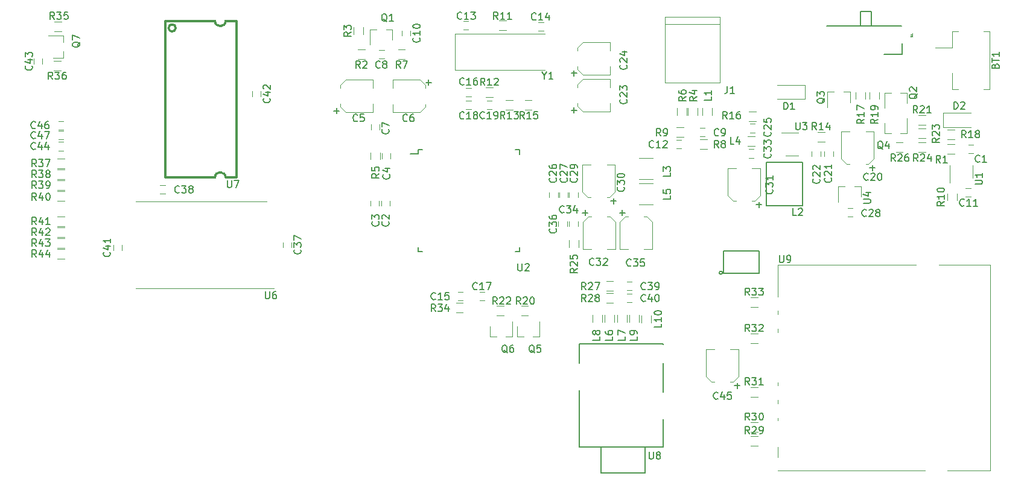
<source format=gbr>
G04 #@! TF.FileFunction,Legend,Top*
%FSLAX46Y46*%
G04 Gerber Fmt 4.6, Leading zero omitted, Abs format (unit mm)*
G04 Created by KiCad (PCBNEW 4.0.6) date Saturday, December 30, 2017 'PMt' 02:35:40 PM*
%MOMM*%
%LPD*%
G01*
G04 APERTURE LIST*
%ADD10C,0.100000*%
%ADD11C,0.120000*%
%ADD12C,0.127000*%
%ADD13C,0.150000*%
%ADD14C,0.304800*%
%ADD15C,0.050000*%
G04 APERTURE END LIST*
D10*
D11*
X206671500Y-64505000D02*
X207496500Y-64505000D01*
X207496500Y-64505000D02*
X207496500Y-72655000D01*
X207496500Y-72655000D02*
X206671500Y-72655000D01*
X203121500Y-64505000D02*
X202296500Y-64505000D01*
X202296500Y-64505000D02*
X202296500Y-66805000D01*
X203121500Y-72655000D02*
X202296500Y-72655000D01*
X202296500Y-72655000D02*
X202296500Y-70355000D01*
X202296500Y-66805000D02*
X199896500Y-66805000D01*
X204564500Y-80426000D02*
X205264500Y-80426000D01*
X205264500Y-81626000D02*
X204564500Y-81626000D01*
X123409000Y-88296000D02*
X123409000Y-88996000D01*
X122209000Y-88996000D02*
X122209000Y-88296000D01*
X121885000Y-88296000D02*
X121885000Y-88996000D01*
X120685000Y-88996000D02*
X120685000Y-88296000D01*
X122247100Y-82353900D02*
X122247100Y-81653900D01*
X123447100Y-81653900D02*
X123447100Y-82353900D01*
X120971500Y-71296500D02*
X120971500Y-72466500D01*
X120971500Y-75866500D02*
X120971500Y-74696500D01*
X116391500Y-75106500D02*
X116391500Y-74696500D01*
X116391500Y-72056500D02*
X116391500Y-72466500D01*
X117161500Y-71296500D02*
X120971500Y-71296500D01*
X117161500Y-71296500D02*
X116391500Y-72056500D01*
X117161500Y-75866500D02*
X120971500Y-75866500D01*
X117161500Y-75866500D02*
X116391500Y-75106500D01*
X123757500Y-75896500D02*
X123757500Y-74726500D01*
X123757500Y-71326500D02*
X123757500Y-72496500D01*
X128337500Y-72086500D02*
X128337500Y-72496500D01*
X128337500Y-75136500D02*
X128337500Y-74726500D01*
X127567500Y-75896500D02*
X123757500Y-75896500D01*
X127567500Y-75896500D02*
X128337500Y-75136500D01*
X127567500Y-71326500D02*
X123757500Y-71326500D01*
X127567500Y-71326500D02*
X128337500Y-72086500D01*
X121973900Y-77589900D02*
X121973900Y-78289900D01*
X120773900Y-78289900D02*
X120773900Y-77589900D01*
X122587500Y-68354500D02*
X121887500Y-68354500D01*
X121887500Y-67154500D02*
X122587500Y-67154500D01*
X166909000Y-78076500D02*
X167609000Y-78076500D01*
X167609000Y-79276500D02*
X166909000Y-79276500D01*
X125066500Y-65120000D02*
X125066500Y-64420000D01*
X126266500Y-64420000D02*
X126266500Y-65120000D01*
X204183500Y-86522000D02*
X204883500Y-86522000D01*
X204883500Y-87722000D02*
X204183500Y-87722000D01*
X163607000Y-79727500D02*
X164307000Y-79727500D01*
X164307000Y-80927500D02*
X163607000Y-80927500D01*
X134398500Y-64290500D02*
X133698500Y-64290500D01*
X133698500Y-63090500D02*
X134398500Y-63090500D01*
X144239500Y-63217500D02*
X144939500Y-63217500D01*
X144939500Y-64417500D02*
X144239500Y-64417500D01*
X133636500Y-102263500D02*
X132936500Y-102263500D01*
X132936500Y-101063500D02*
X133636500Y-101063500D01*
X134779500Y-73688500D02*
X134079500Y-73688500D01*
X134079500Y-72488500D02*
X134779500Y-72488500D01*
X136684500Y-102263500D02*
X135984500Y-102263500D01*
X135984500Y-101063500D02*
X136684500Y-101063500D01*
X134079500Y-74266500D02*
X134779500Y-74266500D01*
X134779500Y-75466500D02*
X134079500Y-75466500D01*
X137700500Y-75466500D02*
X137000500Y-75466500D01*
X137000500Y-74266500D02*
X137700500Y-74266500D01*
X186739500Y-78609000D02*
X187909500Y-78609000D01*
X191309500Y-78609000D02*
X190139500Y-78609000D01*
X190549500Y-83189000D02*
X190139500Y-83189000D01*
X187499500Y-83189000D02*
X187909500Y-83189000D01*
X186739500Y-82419000D02*
X186739500Y-78609000D01*
X186739500Y-82419000D02*
X187499500Y-83189000D01*
X191309500Y-82419000D02*
X191309500Y-78609000D01*
X191309500Y-82419000D02*
X190549500Y-83189000D01*
X184375500Y-82074500D02*
X184375500Y-81374500D01*
X185575500Y-81374500D02*
X185575500Y-82074500D01*
X182597500Y-82074500D02*
X182597500Y-81374500D01*
X183797500Y-81374500D02*
X183797500Y-82074500D01*
X154309000Y-71233000D02*
X154309000Y-72403000D01*
X154309000Y-75803000D02*
X154309000Y-74633000D01*
X149729000Y-75043000D02*
X149729000Y-74633000D01*
X149729000Y-71993000D02*
X149729000Y-72403000D01*
X150499000Y-71233000D02*
X154309000Y-71233000D01*
X150499000Y-71233000D02*
X149729000Y-71993000D01*
X150499000Y-75803000D02*
X154309000Y-75803000D01*
X150499000Y-75803000D02*
X149729000Y-75043000D01*
X154309000Y-66026000D02*
X154309000Y-67196000D01*
X154309000Y-70596000D02*
X154309000Y-69426000D01*
X149729000Y-69836000D02*
X149729000Y-69426000D01*
X149729000Y-66786000D02*
X149729000Y-67196000D01*
X150499000Y-66026000D02*
X154309000Y-66026000D01*
X150499000Y-66026000D02*
X149729000Y-66786000D01*
X150499000Y-70596000D02*
X154309000Y-70596000D01*
X150499000Y-70596000D02*
X149729000Y-69836000D01*
X173894000Y-77505000D02*
X174594000Y-77505000D01*
X174594000Y-78705000D02*
X173894000Y-78705000D01*
X145767500Y-87789500D02*
X145767500Y-87089500D01*
X146967500Y-87089500D02*
X146967500Y-87789500D01*
X149761500Y-87089500D02*
X149761500Y-87789500D01*
X148561500Y-87789500D02*
X148561500Y-87089500D01*
X188310000Y-90516000D02*
X187610000Y-90516000D01*
X187610000Y-89316000D02*
X188310000Y-89316000D01*
X147164500Y-87789500D02*
X147164500Y-87089500D01*
X148364500Y-87089500D02*
X148364500Y-87789500D01*
X150417500Y-83244500D02*
X151587500Y-83244500D01*
X154987500Y-83244500D02*
X153817500Y-83244500D01*
X154227500Y-87824500D02*
X153817500Y-87824500D01*
X151177500Y-87824500D02*
X151587500Y-87824500D01*
X150417500Y-87054500D02*
X150417500Y-83244500D01*
X150417500Y-87054500D02*
X151177500Y-87824500D01*
X154987500Y-87054500D02*
X154987500Y-83244500D01*
X154987500Y-87054500D02*
X154227500Y-87824500D01*
X170801000Y-83752500D02*
X171971000Y-83752500D01*
X175371000Y-83752500D02*
X174201000Y-83752500D01*
X174611000Y-88332500D02*
X174201000Y-88332500D01*
X171561000Y-88332500D02*
X171971000Y-88332500D01*
X170801000Y-87562500D02*
X170801000Y-83752500D01*
X170801000Y-87562500D02*
X171561000Y-88332500D01*
X175371000Y-87562500D02*
X175371000Y-83752500D01*
X175371000Y-87562500D02*
X174611000Y-88332500D01*
X155017500Y-95063500D02*
X153847500Y-95063500D01*
X150447500Y-95063500D02*
X151617500Y-95063500D01*
X151207500Y-90483500D02*
X151617500Y-90483500D01*
X154257500Y-90483500D02*
X153847500Y-90483500D01*
X155017500Y-91253500D02*
X155017500Y-95063500D01*
X155017500Y-91253500D02*
X154257500Y-90483500D01*
X150447500Y-91253500D02*
X150447500Y-95063500D01*
X150447500Y-91253500D02*
X151207500Y-90483500D01*
X174467000Y-82261000D02*
X173767000Y-82261000D01*
X173767000Y-81061000D02*
X174467000Y-81061000D01*
X148561500Y-91853500D02*
X148561500Y-91153500D01*
X149761500Y-91153500D02*
X149761500Y-91853500D01*
X160224500Y-95063500D02*
X159054500Y-95063500D01*
X155654500Y-95063500D02*
X156824500Y-95063500D01*
X156414500Y-90483500D02*
X156824500Y-90483500D01*
X159464500Y-90483500D02*
X159054500Y-90483500D01*
X160224500Y-91253500D02*
X160224500Y-95063500D01*
X160224500Y-91253500D02*
X159464500Y-90483500D01*
X155654500Y-91253500D02*
X155654500Y-95063500D01*
X155654500Y-91253500D02*
X156414500Y-90483500D01*
X147037500Y-91853500D02*
X147037500Y-91153500D01*
X148237500Y-91153500D02*
X148237500Y-91853500D01*
X108366000Y-94838000D02*
X108366000Y-94138000D01*
X109566000Y-94138000D02*
X109566000Y-94838000D01*
X91853500Y-87277500D02*
X91153500Y-87277500D01*
X91153500Y-86077500D02*
X91853500Y-86077500D01*
X156622000Y-99666500D02*
X157322000Y-99666500D01*
X157322000Y-100866500D02*
X156622000Y-100866500D01*
X156622000Y-101317500D02*
X157322000Y-101317500D01*
X157322000Y-102517500D02*
X156622000Y-102517500D01*
X85817000Y-94519000D02*
X85817000Y-95219000D01*
X84617000Y-95219000D02*
X84617000Y-94519000D01*
X104048000Y-73629000D02*
X104048000Y-72929000D01*
X105248000Y-72929000D02*
X105248000Y-73629000D01*
X73441000Y-69057000D02*
X73441000Y-68357000D01*
X74641000Y-68357000D02*
X74641000Y-69057000D01*
X77566000Y-81245000D02*
X76866000Y-81245000D01*
X76866000Y-80045000D02*
X77566000Y-80045000D01*
X167753000Y-109152500D02*
X168923000Y-109152500D01*
X172323000Y-109152500D02*
X171153000Y-109152500D01*
X171563000Y-113732500D02*
X171153000Y-113732500D01*
X168513000Y-113732500D02*
X168923000Y-113732500D01*
X167753000Y-112962500D02*
X167753000Y-109152500D01*
X167753000Y-112962500D02*
X168513000Y-113732500D01*
X172323000Y-112962500D02*
X172323000Y-109152500D01*
X172323000Y-112962500D02*
X171563000Y-113732500D01*
X77566000Y-78324000D02*
X76866000Y-78324000D01*
X76866000Y-77124000D02*
X77566000Y-77124000D01*
X77574733Y-79692400D02*
X76874733Y-79692400D01*
X76874733Y-78492400D02*
X77574733Y-78492400D01*
X181637500Y-74025000D02*
X181637500Y-72025000D01*
X181637500Y-72025000D02*
X177737500Y-72025000D01*
X181637500Y-74025000D02*
X177737500Y-74025000D01*
X201013500Y-75962000D02*
X201013500Y-77962000D01*
X201013500Y-77962000D02*
X204913500Y-77962000D01*
X201013500Y-75962000D02*
X204913500Y-75962000D01*
X169712000Y-63504500D02*
X162012000Y-63504500D01*
X169712000Y-62504500D02*
X162012000Y-62504500D01*
X162012000Y-62504500D02*
X162012000Y-71704500D01*
X162012000Y-71704500D02*
X169712000Y-71704500D01*
X169712000Y-71704500D02*
X169712000Y-62504500D01*
X168574000Y-75255500D02*
X168574000Y-76255500D01*
X167214000Y-76255500D02*
X167214000Y-75255500D01*
X174617000Y-80626500D02*
X173617000Y-80626500D01*
X173617000Y-79266500D02*
X174617000Y-79266500D01*
X154858000Y-104338500D02*
X154858000Y-105338500D01*
X153498000Y-105338500D02*
X153498000Y-104338500D01*
X156636000Y-104338500D02*
X156636000Y-105338500D01*
X155276000Y-105338500D02*
X155276000Y-104338500D01*
X153143500Y-104338500D02*
X153143500Y-105338500D01*
X151783500Y-105338500D02*
X151783500Y-104338500D01*
X158350500Y-104338500D02*
X158350500Y-105338500D01*
X156990500Y-105338500D02*
X156990500Y-104338500D01*
X160065000Y-104402000D02*
X160065000Y-105402000D01*
X158705000Y-105402000D02*
X158705000Y-104402000D01*
X123754000Y-64264000D02*
X122824000Y-64264000D01*
X120594000Y-64264000D02*
X121524000Y-64264000D01*
X120594000Y-64264000D02*
X120594000Y-66424000D01*
X123754000Y-64264000D02*
X123754000Y-65724000D01*
X195953500Y-73154000D02*
X195023500Y-73154000D01*
X192793500Y-73154000D02*
X193723500Y-73154000D01*
X192793500Y-73154000D02*
X192793500Y-75314000D01*
X195953500Y-73154000D02*
X195953500Y-74614000D01*
X187952500Y-73027000D02*
X187022500Y-73027000D01*
X184792500Y-73027000D02*
X185722500Y-73027000D01*
X184792500Y-73027000D02*
X184792500Y-75187000D01*
X187952500Y-73027000D02*
X187952500Y-74487000D01*
X192793500Y-78865000D02*
X193723500Y-78865000D01*
X195953500Y-78865000D02*
X195023500Y-78865000D01*
X195953500Y-78865000D02*
X195953500Y-76705000D01*
X192793500Y-78865000D02*
X192793500Y-77405000D01*
X141231500Y-107376500D02*
X142161500Y-107376500D01*
X144391500Y-107376500D02*
X143461500Y-107376500D01*
X144391500Y-107376500D02*
X144391500Y-105216500D01*
X141231500Y-107376500D02*
X141231500Y-105916500D01*
X137421500Y-107376500D02*
X138351500Y-107376500D01*
X140581500Y-107376500D02*
X139651500Y-107376500D01*
X140581500Y-107376500D02*
X140581500Y-105216500D01*
X137421500Y-107376500D02*
X137421500Y-105916500D01*
X77595000Y-68255000D02*
X77595000Y-67325000D01*
X77595000Y-65095000D02*
X77595000Y-66025000D01*
X77595000Y-65095000D02*
X75435000Y-65095000D01*
X77595000Y-68255000D02*
X76135000Y-68255000D01*
X202620500Y-81706000D02*
X201620500Y-81706000D01*
X201620500Y-80346000D02*
X202620500Y-80346000D01*
X122003100Y-81503900D02*
X122003100Y-82503900D01*
X120643100Y-82503900D02*
X120643100Y-81503900D01*
X124531500Y-67074500D02*
X125531500Y-67074500D01*
X125531500Y-68434500D02*
X124531500Y-68434500D01*
X166886000Y-79647500D02*
X167886000Y-79647500D01*
X167886000Y-81007500D02*
X166886000Y-81007500D01*
X163584000Y-77996500D02*
X164584000Y-77996500D01*
X164584000Y-79356500D02*
X163584000Y-79356500D01*
X188740500Y-74033000D02*
X188740500Y-73033000D01*
X190100500Y-73033000D02*
X190100500Y-74033000D01*
X142803500Y-104375500D02*
X141803500Y-104375500D01*
X141803500Y-103015500D02*
X142803500Y-103015500D01*
X198556500Y-77642000D02*
X197556500Y-77642000D01*
X197556500Y-76282000D02*
X198556500Y-76282000D01*
X198556500Y-81452000D02*
X197556500Y-81452000D01*
X197556500Y-80092000D02*
X198556500Y-80092000D01*
X148481500Y-94797500D02*
X148481500Y-93797500D01*
X149841500Y-93797500D02*
X149841500Y-94797500D01*
X195381500Y-81452000D02*
X194381500Y-81452000D01*
X194381500Y-80092000D02*
X195381500Y-80092000D01*
X154741500Y-100946500D02*
X153741500Y-100946500D01*
X153741500Y-99586500D02*
X154741500Y-99586500D01*
X154741500Y-102597500D02*
X153741500Y-102597500D01*
X153741500Y-101237500D02*
X154741500Y-101237500D01*
X174998000Y-122663500D02*
X173998000Y-122663500D01*
X173998000Y-121303500D02*
X174998000Y-121303500D01*
X174998000Y-120758500D02*
X173998000Y-120758500D01*
X173998000Y-119398500D02*
X174998000Y-119398500D01*
X174998000Y-115805500D02*
X173998000Y-115805500D01*
X173998000Y-114445500D02*
X174998000Y-114445500D01*
X174998000Y-108312500D02*
X173998000Y-108312500D01*
X173998000Y-106952500D02*
X174998000Y-106952500D01*
X174998000Y-103232500D02*
X173998000Y-103232500D01*
X173998000Y-101872500D02*
X174998000Y-101872500D01*
X133659500Y-103994500D02*
X132659500Y-103994500D01*
X132659500Y-102634500D02*
X133659500Y-102634500D01*
X76335000Y-63201000D02*
X77335000Y-63201000D01*
X77335000Y-64561000D02*
X76335000Y-64561000D01*
X76208000Y-68662000D02*
X77208000Y-68662000D01*
X77208000Y-70022000D02*
X76208000Y-70022000D01*
D12*
X195178500Y-63756000D02*
X190928500Y-63756000D01*
X190928500Y-63756000D02*
X189428500Y-63756000D01*
X189428500Y-63756000D02*
X188928500Y-63756000D01*
X188928500Y-63756000D02*
X184678500Y-63756000D01*
X195228500Y-67756000D02*
X192728500Y-67756000D01*
X195228500Y-66256000D02*
X195228500Y-67756000D01*
X190928500Y-63756000D02*
X190928500Y-61756000D01*
X190928500Y-61756000D02*
X189428500Y-61756000D01*
X189428500Y-61756000D02*
X189428500Y-63756000D01*
D11*
X205127500Y-85101000D02*
X205127500Y-83301000D01*
X201907500Y-83301000D02*
X201907500Y-85751000D01*
D13*
X127329900Y-81152700D02*
X127329900Y-81677700D01*
X141579900Y-81152700D02*
X141579900Y-81752700D01*
X141579900Y-95402700D02*
X141579900Y-94802700D01*
X127329900Y-95402700D02*
X127329900Y-94802700D01*
X127329900Y-81152700D02*
X127929900Y-81152700D01*
X127329900Y-95402700D02*
X127929900Y-95402700D01*
X141579900Y-95402700D02*
X140979900Y-95402700D01*
X141579900Y-81152700D02*
X140979900Y-81152700D01*
X127329900Y-81677700D02*
X126254900Y-81677700D01*
D11*
X178932000Y-81937500D02*
X180732000Y-81937500D01*
X180732000Y-78717500D02*
X178282000Y-78717500D01*
X189476500Y-86298500D02*
X188546500Y-86298500D01*
X186316500Y-86298500D02*
X187246500Y-86298500D01*
X186316500Y-86298500D02*
X186316500Y-88458500D01*
X189476500Y-86298500D02*
X189476500Y-87758500D01*
X106101000Y-88368000D02*
X87701000Y-88368000D01*
D10*
X87701000Y-100608000D02*
X107101000Y-100608000D01*
D14*
X101837500Y-63041000D02*
X101837500Y-85041000D01*
X101837500Y-85041000D02*
X100337500Y-85041000D01*
X98837500Y-85041000D02*
X91837500Y-85041000D01*
X91837500Y-85041000D02*
X91837500Y-63041000D01*
X91837500Y-63041000D02*
X98837500Y-63041000D01*
X100337500Y-63041000D02*
X101837500Y-63041000D01*
X98837500Y-63041000D02*
G75*
G03X100337500Y-63041000I750000J0D01*
G01*
X100337500Y-85041000D02*
G75*
G03X98837500Y-85041000I-750000J0D01*
G01*
X93337500Y-64041000D02*
G75*
G03X93337500Y-64041000I-500000J0D01*
G01*
D13*
X149918500Y-122894000D02*
X149918500Y-114894000D01*
X149918500Y-111094000D02*
X149918500Y-108394000D01*
X149918500Y-108394000D02*
X161718500Y-108394000D01*
X161718500Y-108394000D02*
X161718500Y-108494000D01*
X161718500Y-111094000D02*
X161718500Y-115194000D01*
X161718500Y-118994000D02*
X161718500Y-122894000D01*
X161718500Y-122894000D02*
X149918500Y-122894000D01*
X153018500Y-122894000D02*
X153018500Y-126494000D01*
X153018500Y-126494000D02*
X159218500Y-126494000D01*
X159218500Y-126494000D02*
X159218500Y-122894000D01*
D11*
X177842000Y-104260000D02*
X177842000Y-103760000D01*
X177842000Y-106760000D02*
X177842000Y-106260000D01*
X177842000Y-114260000D02*
X177842000Y-113760000D01*
X177842000Y-116760000D02*
X177842000Y-116260000D01*
X177842000Y-119160000D02*
X177842000Y-118760000D01*
X177842000Y-124260000D02*
X177842000Y-122860000D01*
X198442000Y-126160000D02*
X177842000Y-126160000D01*
X197242000Y-97260000D02*
X177842000Y-97260000D01*
X177842000Y-97260000D02*
X177842000Y-101760000D01*
X207642000Y-97260000D02*
X207642000Y-126160000D01*
X207642000Y-126160000D02*
X201642000Y-126160000D01*
X207642000Y-97260000D02*
X200442000Y-97260000D01*
X145155500Y-64823500D02*
X132555500Y-64823500D01*
X132555500Y-64823500D02*
X132555500Y-69923500D01*
X132555500Y-69923500D02*
X145155500Y-69923500D01*
X138374500Y-103015500D02*
X139374500Y-103015500D01*
X139374500Y-104375500D02*
X138374500Y-104375500D01*
X139644500Y-74186500D02*
X140644500Y-74186500D01*
X140644500Y-75546500D02*
X139644500Y-75546500D01*
X137850500Y-73768500D02*
X136850500Y-73768500D01*
X136850500Y-72408500D02*
X137850500Y-72408500D01*
X143311500Y-75546500D02*
X142311500Y-75546500D01*
X142311500Y-74186500D02*
X143311500Y-74186500D01*
X165182000Y-76255500D02*
X165182000Y-75255500D01*
X166542000Y-75255500D02*
X166542000Y-76255500D01*
X163658000Y-76255500D02*
X163658000Y-75255500D01*
X165018000Y-75255500D02*
X165018000Y-76255500D01*
X198556500Y-79547000D02*
X197556500Y-79547000D01*
X197556500Y-78187000D02*
X198556500Y-78187000D01*
X190645500Y-74033000D02*
X190645500Y-73033000D01*
X192005500Y-73033000D02*
X192005500Y-74033000D01*
X201620500Y-78314000D02*
X202620500Y-78314000D01*
X202620500Y-79674000D02*
X201620500Y-79674000D01*
X174744000Y-77134000D02*
X173744000Y-77134000D01*
X173744000Y-75774000D02*
X174744000Y-75774000D01*
X184396000Y-79991500D02*
X183396000Y-79991500D01*
X183396000Y-78631500D02*
X184396000Y-78631500D01*
X138692000Y-63010500D02*
X139692000Y-63010500D01*
X139692000Y-64370500D02*
X138692000Y-64370500D01*
X201567500Y-88257000D02*
X201567500Y-87257000D01*
X202927500Y-87257000D02*
X202927500Y-88257000D01*
X119615500Y-63952500D02*
X119615500Y-64952500D01*
X118255500Y-64952500D02*
X118255500Y-63952500D01*
X119880000Y-68434500D02*
X118880000Y-68434500D01*
X118880000Y-67074500D02*
X119880000Y-67074500D01*
D13*
X176212500Y-88963500D02*
X181292500Y-88963500D01*
X181292500Y-88963500D02*
X181292500Y-82867500D01*
X180784500Y-82867500D02*
X181292500Y-82867500D01*
X176212500Y-88963500D02*
X176212500Y-82867500D01*
X176212500Y-82867500D02*
X180784500Y-82867500D01*
X170043607Y-98401000D02*
G75*
G03X170043607Y-98401000I-223607J0D01*
G01*
X170220000Y-95301000D02*
X170220000Y-98501000D01*
X175220000Y-95301000D02*
X175220000Y-98501000D01*
X170220000Y-98501000D02*
X175220000Y-98501000D01*
X170220000Y-95301000D02*
X175220000Y-95301000D01*
D11*
X158321500Y-82276500D02*
X160321500Y-82276500D01*
X160321500Y-85236500D02*
X158321500Y-85236500D01*
X158321500Y-85832500D02*
X160321500Y-85832500D01*
X160321500Y-88792500D02*
X158321500Y-88792500D01*
X76716000Y-82378000D02*
X77716000Y-82378000D01*
X77716000Y-83738000D02*
X76716000Y-83738000D01*
X76716000Y-83902000D02*
X77716000Y-83902000D01*
X77716000Y-85262000D02*
X76716000Y-85262000D01*
X76716000Y-85426000D02*
X77716000Y-85426000D01*
X77716000Y-86786000D02*
X76716000Y-86786000D01*
X76716000Y-86950000D02*
X77716000Y-86950000D01*
X77716000Y-88310000D02*
X76716000Y-88310000D01*
X76716000Y-90506000D02*
X77716000Y-90506000D01*
X77716000Y-91866000D02*
X76716000Y-91866000D01*
X76716000Y-92030000D02*
X77716000Y-92030000D01*
X77716000Y-93390000D02*
X76716000Y-93390000D01*
X76716000Y-93554000D02*
X77716000Y-93554000D01*
X77716000Y-94914000D02*
X76716000Y-94914000D01*
X76716000Y-95078000D02*
X77716000Y-95078000D01*
X77716000Y-96438000D02*
X76716000Y-96438000D01*
D13*
X208325071Y-69365714D02*
X208372690Y-69222857D01*
X208420310Y-69175238D01*
X208515548Y-69127619D01*
X208658405Y-69127619D01*
X208753643Y-69175238D01*
X208801262Y-69222857D01*
X208848881Y-69318095D01*
X208848881Y-69699048D01*
X207848881Y-69699048D01*
X207848881Y-69365714D01*
X207896500Y-69270476D01*
X207944119Y-69222857D01*
X208039357Y-69175238D01*
X208134595Y-69175238D01*
X208229833Y-69222857D01*
X208277452Y-69270476D01*
X208325071Y-69365714D01*
X208325071Y-69699048D01*
X207848881Y-68841905D02*
X207848881Y-68270476D01*
X208848881Y-68556191D02*
X207848881Y-68556191D01*
X208848881Y-67413333D02*
X208848881Y-67984762D01*
X208848881Y-67699048D02*
X207848881Y-67699048D01*
X207991738Y-67794286D01*
X208086976Y-67889524D01*
X208134595Y-67984762D01*
X206144834Y-82780143D02*
X206097215Y-82827762D01*
X205954358Y-82875381D01*
X205859120Y-82875381D01*
X205716262Y-82827762D01*
X205621024Y-82732524D01*
X205573405Y-82637286D01*
X205525786Y-82446810D01*
X205525786Y-82303952D01*
X205573405Y-82113476D01*
X205621024Y-82018238D01*
X205716262Y-81923000D01*
X205859120Y-81875381D01*
X205954358Y-81875381D01*
X206097215Y-81923000D01*
X206144834Y-81970619D01*
X207097215Y-82875381D02*
X206525786Y-82875381D01*
X206811500Y-82875381D02*
X206811500Y-81875381D01*
X206716262Y-82018238D01*
X206621024Y-82113476D01*
X206525786Y-82161095D01*
X123166143Y-91225666D02*
X123213762Y-91273285D01*
X123261381Y-91416142D01*
X123261381Y-91511380D01*
X123213762Y-91654238D01*
X123118524Y-91749476D01*
X123023286Y-91797095D01*
X122832810Y-91844714D01*
X122689952Y-91844714D01*
X122499476Y-91797095D01*
X122404238Y-91749476D01*
X122309000Y-91654238D01*
X122261381Y-91511380D01*
X122261381Y-91416142D01*
X122309000Y-91273285D01*
X122356619Y-91225666D01*
X122356619Y-90844714D02*
X122309000Y-90797095D01*
X122261381Y-90701857D01*
X122261381Y-90463761D01*
X122309000Y-90368523D01*
X122356619Y-90320904D01*
X122451857Y-90273285D01*
X122547095Y-90273285D01*
X122689952Y-90320904D01*
X123261381Y-90892333D01*
X123261381Y-90273285D01*
X121769143Y-91225666D02*
X121816762Y-91273285D01*
X121864381Y-91416142D01*
X121864381Y-91511380D01*
X121816762Y-91654238D01*
X121721524Y-91749476D01*
X121626286Y-91797095D01*
X121435810Y-91844714D01*
X121292952Y-91844714D01*
X121102476Y-91797095D01*
X121007238Y-91749476D01*
X120912000Y-91654238D01*
X120864381Y-91511380D01*
X120864381Y-91416142D01*
X120912000Y-91273285D01*
X120959619Y-91225666D01*
X120864381Y-90892333D02*
X120864381Y-90273285D01*
X121245333Y-90606619D01*
X121245333Y-90463761D01*
X121292952Y-90368523D01*
X121340571Y-90320904D01*
X121435810Y-90273285D01*
X121673905Y-90273285D01*
X121769143Y-90320904D01*
X121816762Y-90368523D01*
X121864381Y-90463761D01*
X121864381Y-90749476D01*
X121816762Y-90844714D01*
X121769143Y-90892333D01*
X123293143Y-84621666D02*
X123340762Y-84669285D01*
X123388381Y-84812142D01*
X123388381Y-84907380D01*
X123340762Y-85050238D01*
X123245524Y-85145476D01*
X123150286Y-85193095D01*
X122959810Y-85240714D01*
X122816952Y-85240714D01*
X122626476Y-85193095D01*
X122531238Y-85145476D01*
X122436000Y-85050238D01*
X122388381Y-84907380D01*
X122388381Y-84812142D01*
X122436000Y-84669285D01*
X122483619Y-84621666D01*
X122721714Y-83764523D02*
X123388381Y-83764523D01*
X122340762Y-84002619D02*
X123055048Y-84240714D01*
X123055048Y-83621666D01*
X118832334Y-77065143D02*
X118784715Y-77112762D01*
X118641858Y-77160381D01*
X118546620Y-77160381D01*
X118403762Y-77112762D01*
X118308524Y-77017524D01*
X118260905Y-76922286D01*
X118213286Y-76731810D01*
X118213286Y-76588952D01*
X118260905Y-76398476D01*
X118308524Y-76303238D01*
X118403762Y-76208000D01*
X118546620Y-76160381D01*
X118641858Y-76160381D01*
X118784715Y-76208000D01*
X118832334Y-76255619D01*
X119737096Y-76160381D02*
X119260905Y-76160381D01*
X119213286Y-76636571D01*
X119260905Y-76588952D01*
X119356143Y-76541333D01*
X119594239Y-76541333D01*
X119689477Y-76588952D01*
X119737096Y-76636571D01*
X119784715Y-76731810D01*
X119784715Y-76969905D01*
X119737096Y-77065143D01*
X119689477Y-77112762D01*
X119594239Y-77160381D01*
X119356143Y-77160381D01*
X119260905Y-77112762D01*
X119213286Y-77065143D01*
X115520548Y-75657929D02*
X116282453Y-75657929D01*
X115901501Y-76038881D02*
X115901501Y-75276976D01*
X125817334Y-77065143D02*
X125769715Y-77112762D01*
X125626858Y-77160381D01*
X125531620Y-77160381D01*
X125388762Y-77112762D01*
X125293524Y-77017524D01*
X125245905Y-76922286D01*
X125198286Y-76731810D01*
X125198286Y-76588952D01*
X125245905Y-76398476D01*
X125293524Y-76303238D01*
X125388762Y-76208000D01*
X125531620Y-76160381D01*
X125626858Y-76160381D01*
X125769715Y-76208000D01*
X125817334Y-76255619D01*
X126674477Y-76160381D02*
X126484000Y-76160381D01*
X126388762Y-76208000D01*
X126341143Y-76255619D01*
X126245905Y-76398476D01*
X126198286Y-76588952D01*
X126198286Y-76969905D01*
X126245905Y-77065143D01*
X126293524Y-77112762D01*
X126388762Y-77160381D01*
X126579239Y-77160381D01*
X126674477Y-77112762D01*
X126722096Y-77065143D01*
X126769715Y-76969905D01*
X126769715Y-76731810D01*
X126722096Y-76636571D01*
X126674477Y-76588952D01*
X126579239Y-76541333D01*
X126388762Y-76541333D01*
X126293524Y-76588952D01*
X126245905Y-76636571D01*
X126198286Y-76731810D01*
X128446548Y-71677929D02*
X129208453Y-71677929D01*
X128827501Y-72058881D02*
X128827501Y-71296976D01*
X123166143Y-78271666D02*
X123213762Y-78319285D01*
X123261381Y-78462142D01*
X123261381Y-78557380D01*
X123213762Y-78700238D01*
X123118524Y-78795476D01*
X123023286Y-78843095D01*
X122832810Y-78890714D01*
X122689952Y-78890714D01*
X122499476Y-78843095D01*
X122404238Y-78795476D01*
X122309000Y-78700238D01*
X122261381Y-78557380D01*
X122261381Y-78462142D01*
X122309000Y-78319285D01*
X122356619Y-78271666D01*
X122261381Y-77938333D02*
X122261381Y-77271666D01*
X123261381Y-77700238D01*
X122007334Y-69572143D02*
X121959715Y-69619762D01*
X121816858Y-69667381D01*
X121721620Y-69667381D01*
X121578762Y-69619762D01*
X121483524Y-69524524D01*
X121435905Y-69429286D01*
X121388286Y-69238810D01*
X121388286Y-69095952D01*
X121435905Y-68905476D01*
X121483524Y-68810238D01*
X121578762Y-68715000D01*
X121721620Y-68667381D01*
X121816858Y-68667381D01*
X121959715Y-68715000D01*
X122007334Y-68762619D01*
X122578762Y-69095952D02*
X122483524Y-69048333D01*
X122435905Y-69000714D01*
X122388286Y-68905476D01*
X122388286Y-68857857D01*
X122435905Y-68762619D01*
X122483524Y-68715000D01*
X122578762Y-68667381D01*
X122769239Y-68667381D01*
X122864477Y-68715000D01*
X122912096Y-68762619D01*
X122959715Y-68857857D01*
X122959715Y-68905476D01*
X122912096Y-69000714D01*
X122864477Y-69048333D01*
X122769239Y-69095952D01*
X122578762Y-69095952D01*
X122483524Y-69143571D01*
X122435905Y-69191190D01*
X122388286Y-69286429D01*
X122388286Y-69476905D01*
X122435905Y-69572143D01*
X122483524Y-69619762D01*
X122578762Y-69667381D01*
X122769239Y-69667381D01*
X122864477Y-69619762D01*
X122912096Y-69572143D01*
X122959715Y-69476905D01*
X122959715Y-69286429D01*
X122912096Y-69191190D01*
X122864477Y-69143571D01*
X122769239Y-69095952D01*
X169505334Y-79097143D02*
X169457715Y-79144762D01*
X169314858Y-79192381D01*
X169219620Y-79192381D01*
X169076762Y-79144762D01*
X168981524Y-79049524D01*
X168933905Y-78954286D01*
X168886286Y-78763810D01*
X168886286Y-78620952D01*
X168933905Y-78430476D01*
X168981524Y-78335238D01*
X169076762Y-78240000D01*
X169219620Y-78192381D01*
X169314858Y-78192381D01*
X169457715Y-78240000D01*
X169505334Y-78287619D01*
X169981524Y-79192381D02*
X170172000Y-79192381D01*
X170267239Y-79144762D01*
X170314858Y-79097143D01*
X170410096Y-78954286D01*
X170457715Y-78763810D01*
X170457715Y-78382857D01*
X170410096Y-78287619D01*
X170362477Y-78240000D01*
X170267239Y-78192381D01*
X170076762Y-78192381D01*
X169981524Y-78240000D01*
X169933905Y-78287619D01*
X169886286Y-78382857D01*
X169886286Y-78620952D01*
X169933905Y-78716190D01*
X169981524Y-78763810D01*
X170076762Y-78811429D01*
X170267239Y-78811429D01*
X170362477Y-78763810D01*
X170410096Y-78716190D01*
X170457715Y-78620952D01*
X127523643Y-65412857D02*
X127571262Y-65460476D01*
X127618881Y-65603333D01*
X127618881Y-65698571D01*
X127571262Y-65841429D01*
X127476024Y-65936667D01*
X127380786Y-65984286D01*
X127190310Y-66031905D01*
X127047452Y-66031905D01*
X126856976Y-65984286D01*
X126761738Y-65936667D01*
X126666500Y-65841429D01*
X126618881Y-65698571D01*
X126618881Y-65603333D01*
X126666500Y-65460476D01*
X126714119Y-65412857D01*
X127618881Y-64460476D02*
X127618881Y-65031905D01*
X127618881Y-64746191D02*
X126618881Y-64746191D01*
X126761738Y-64841429D01*
X126856976Y-64936667D01*
X126904595Y-65031905D01*
X126618881Y-63841429D02*
X126618881Y-63746190D01*
X126666500Y-63650952D01*
X126714119Y-63603333D01*
X126809357Y-63555714D01*
X126999833Y-63508095D01*
X127237929Y-63508095D01*
X127428405Y-63555714D01*
X127523643Y-63603333D01*
X127571262Y-63650952D01*
X127618881Y-63746190D01*
X127618881Y-63841429D01*
X127571262Y-63936667D01*
X127523643Y-63984286D01*
X127428405Y-64031905D01*
X127237929Y-64079524D01*
X126999833Y-64079524D01*
X126809357Y-64031905D01*
X126714119Y-63984286D01*
X126666500Y-63936667D01*
X126618881Y-63841429D01*
X203954143Y-88939643D02*
X203906524Y-88987262D01*
X203763667Y-89034881D01*
X203668429Y-89034881D01*
X203525571Y-88987262D01*
X203430333Y-88892024D01*
X203382714Y-88796786D01*
X203335095Y-88606310D01*
X203335095Y-88463452D01*
X203382714Y-88272976D01*
X203430333Y-88177738D01*
X203525571Y-88082500D01*
X203668429Y-88034881D01*
X203763667Y-88034881D01*
X203906524Y-88082500D01*
X203954143Y-88130119D01*
X204906524Y-89034881D02*
X204335095Y-89034881D01*
X204620809Y-89034881D02*
X204620809Y-88034881D01*
X204525571Y-88177738D01*
X204430333Y-88272976D01*
X204335095Y-88320595D01*
X205858905Y-89034881D02*
X205287476Y-89034881D01*
X205573190Y-89034881D02*
X205573190Y-88034881D01*
X205477952Y-88177738D01*
X205382714Y-88272976D01*
X205287476Y-88320595D01*
X160393143Y-80748143D02*
X160345524Y-80795762D01*
X160202667Y-80843381D01*
X160107429Y-80843381D01*
X159964571Y-80795762D01*
X159869333Y-80700524D01*
X159821714Y-80605286D01*
X159774095Y-80414810D01*
X159774095Y-80271952D01*
X159821714Y-80081476D01*
X159869333Y-79986238D01*
X159964571Y-79891000D01*
X160107429Y-79843381D01*
X160202667Y-79843381D01*
X160345524Y-79891000D01*
X160393143Y-79938619D01*
X161345524Y-80843381D02*
X160774095Y-80843381D01*
X161059809Y-80843381D02*
X161059809Y-79843381D01*
X160964571Y-79986238D01*
X160869333Y-80081476D01*
X160774095Y-80129095D01*
X161726476Y-79938619D02*
X161774095Y-79891000D01*
X161869333Y-79843381D01*
X162107429Y-79843381D01*
X162202667Y-79891000D01*
X162250286Y-79938619D01*
X162297905Y-80033857D01*
X162297905Y-80129095D01*
X162250286Y-80271952D01*
X161678857Y-80843381D01*
X162297905Y-80843381D01*
X133469143Y-62714143D02*
X133421524Y-62761762D01*
X133278667Y-62809381D01*
X133183429Y-62809381D01*
X133040571Y-62761762D01*
X132945333Y-62666524D01*
X132897714Y-62571286D01*
X132850095Y-62380810D01*
X132850095Y-62237952D01*
X132897714Y-62047476D01*
X132945333Y-61952238D01*
X133040571Y-61857000D01*
X133183429Y-61809381D01*
X133278667Y-61809381D01*
X133421524Y-61857000D01*
X133469143Y-61904619D01*
X134421524Y-62809381D02*
X133850095Y-62809381D01*
X134135809Y-62809381D02*
X134135809Y-61809381D01*
X134040571Y-61952238D01*
X133945333Y-62047476D01*
X133850095Y-62095095D01*
X134754857Y-61809381D02*
X135373905Y-61809381D01*
X135040571Y-62190333D01*
X135183429Y-62190333D01*
X135278667Y-62237952D01*
X135326286Y-62285571D01*
X135373905Y-62380810D01*
X135373905Y-62618905D01*
X135326286Y-62714143D01*
X135278667Y-62761762D01*
X135183429Y-62809381D01*
X134897714Y-62809381D01*
X134802476Y-62761762D01*
X134754857Y-62714143D01*
X143883143Y-62841143D02*
X143835524Y-62888762D01*
X143692667Y-62936381D01*
X143597429Y-62936381D01*
X143454571Y-62888762D01*
X143359333Y-62793524D01*
X143311714Y-62698286D01*
X143264095Y-62507810D01*
X143264095Y-62364952D01*
X143311714Y-62174476D01*
X143359333Y-62079238D01*
X143454571Y-61984000D01*
X143597429Y-61936381D01*
X143692667Y-61936381D01*
X143835524Y-61984000D01*
X143883143Y-62031619D01*
X144835524Y-62936381D02*
X144264095Y-62936381D01*
X144549809Y-62936381D02*
X144549809Y-61936381D01*
X144454571Y-62079238D01*
X144359333Y-62174476D01*
X144264095Y-62222095D01*
X145692667Y-62269714D02*
X145692667Y-62936381D01*
X145454571Y-61888762D02*
X145216476Y-62603048D01*
X145835524Y-62603048D01*
X129786143Y-102084143D02*
X129738524Y-102131762D01*
X129595667Y-102179381D01*
X129500429Y-102179381D01*
X129357571Y-102131762D01*
X129262333Y-102036524D01*
X129214714Y-101941286D01*
X129167095Y-101750810D01*
X129167095Y-101607952D01*
X129214714Y-101417476D01*
X129262333Y-101322238D01*
X129357571Y-101227000D01*
X129500429Y-101179381D01*
X129595667Y-101179381D01*
X129738524Y-101227000D01*
X129786143Y-101274619D01*
X130738524Y-102179381D02*
X130167095Y-102179381D01*
X130452809Y-102179381D02*
X130452809Y-101179381D01*
X130357571Y-101322238D01*
X130262333Y-101417476D01*
X130167095Y-101465095D01*
X131643286Y-101179381D02*
X131167095Y-101179381D01*
X131119476Y-101655571D01*
X131167095Y-101607952D01*
X131262333Y-101560333D01*
X131500429Y-101560333D01*
X131595667Y-101607952D01*
X131643286Y-101655571D01*
X131690905Y-101750810D01*
X131690905Y-101988905D01*
X131643286Y-102084143D01*
X131595667Y-102131762D01*
X131500429Y-102179381D01*
X131262333Y-102179381D01*
X131167095Y-102131762D01*
X131119476Y-102084143D01*
X133786643Y-71945643D02*
X133739024Y-71993262D01*
X133596167Y-72040881D01*
X133500929Y-72040881D01*
X133358071Y-71993262D01*
X133262833Y-71898024D01*
X133215214Y-71802786D01*
X133167595Y-71612310D01*
X133167595Y-71469452D01*
X133215214Y-71278976D01*
X133262833Y-71183738D01*
X133358071Y-71088500D01*
X133500929Y-71040881D01*
X133596167Y-71040881D01*
X133739024Y-71088500D01*
X133786643Y-71136119D01*
X134739024Y-72040881D02*
X134167595Y-72040881D01*
X134453309Y-72040881D02*
X134453309Y-71040881D01*
X134358071Y-71183738D01*
X134262833Y-71278976D01*
X134167595Y-71326595D01*
X135596167Y-71040881D02*
X135405690Y-71040881D01*
X135310452Y-71088500D01*
X135262833Y-71136119D01*
X135167595Y-71278976D01*
X135119976Y-71469452D01*
X135119976Y-71850405D01*
X135167595Y-71945643D01*
X135215214Y-71993262D01*
X135310452Y-72040881D01*
X135500929Y-72040881D01*
X135596167Y-71993262D01*
X135643786Y-71945643D01*
X135691405Y-71850405D01*
X135691405Y-71612310D01*
X135643786Y-71517071D01*
X135596167Y-71469452D01*
X135500929Y-71421833D01*
X135310452Y-71421833D01*
X135215214Y-71469452D01*
X135167595Y-71517071D01*
X135119976Y-71612310D01*
X135628143Y-100687143D02*
X135580524Y-100734762D01*
X135437667Y-100782381D01*
X135342429Y-100782381D01*
X135199571Y-100734762D01*
X135104333Y-100639524D01*
X135056714Y-100544286D01*
X135009095Y-100353810D01*
X135009095Y-100210952D01*
X135056714Y-100020476D01*
X135104333Y-99925238D01*
X135199571Y-99830000D01*
X135342429Y-99782381D01*
X135437667Y-99782381D01*
X135580524Y-99830000D01*
X135628143Y-99877619D01*
X136580524Y-100782381D02*
X136009095Y-100782381D01*
X136294809Y-100782381D02*
X136294809Y-99782381D01*
X136199571Y-99925238D01*
X136104333Y-100020476D01*
X136009095Y-100068095D01*
X136913857Y-99782381D02*
X137580524Y-99782381D01*
X137151952Y-100782381D01*
X133786643Y-76723643D02*
X133739024Y-76771262D01*
X133596167Y-76818881D01*
X133500929Y-76818881D01*
X133358071Y-76771262D01*
X133262833Y-76676024D01*
X133215214Y-76580786D01*
X133167595Y-76390310D01*
X133167595Y-76247452D01*
X133215214Y-76056976D01*
X133262833Y-75961738D01*
X133358071Y-75866500D01*
X133500929Y-75818881D01*
X133596167Y-75818881D01*
X133739024Y-75866500D01*
X133786643Y-75914119D01*
X134739024Y-76818881D02*
X134167595Y-76818881D01*
X134453309Y-76818881D02*
X134453309Y-75818881D01*
X134358071Y-75961738D01*
X134262833Y-76056976D01*
X134167595Y-76104595D01*
X135310452Y-76247452D02*
X135215214Y-76199833D01*
X135167595Y-76152214D01*
X135119976Y-76056976D01*
X135119976Y-76009357D01*
X135167595Y-75914119D01*
X135215214Y-75866500D01*
X135310452Y-75818881D01*
X135500929Y-75818881D01*
X135596167Y-75866500D01*
X135643786Y-75914119D01*
X135691405Y-76009357D01*
X135691405Y-76056976D01*
X135643786Y-76152214D01*
X135596167Y-76199833D01*
X135500929Y-76247452D01*
X135310452Y-76247452D01*
X135215214Y-76295071D01*
X135167595Y-76342690D01*
X135119976Y-76437929D01*
X135119976Y-76628405D01*
X135167595Y-76723643D01*
X135215214Y-76771262D01*
X135310452Y-76818881D01*
X135500929Y-76818881D01*
X135596167Y-76771262D01*
X135643786Y-76723643D01*
X135691405Y-76628405D01*
X135691405Y-76437929D01*
X135643786Y-76342690D01*
X135596167Y-76295071D01*
X135500929Y-76247452D01*
X136644143Y-76684143D02*
X136596524Y-76731762D01*
X136453667Y-76779381D01*
X136358429Y-76779381D01*
X136215571Y-76731762D01*
X136120333Y-76636524D01*
X136072714Y-76541286D01*
X136025095Y-76350810D01*
X136025095Y-76207952D01*
X136072714Y-76017476D01*
X136120333Y-75922238D01*
X136215571Y-75827000D01*
X136358429Y-75779381D01*
X136453667Y-75779381D01*
X136596524Y-75827000D01*
X136644143Y-75874619D01*
X137596524Y-76779381D02*
X137025095Y-76779381D01*
X137310809Y-76779381D02*
X137310809Y-75779381D01*
X137215571Y-75922238D01*
X137120333Y-76017476D01*
X137025095Y-76065095D01*
X138072714Y-76779381D02*
X138263190Y-76779381D01*
X138358429Y-76731762D01*
X138406048Y-76684143D01*
X138501286Y-76541286D01*
X138548905Y-76350810D01*
X138548905Y-75969857D01*
X138501286Y-75874619D01*
X138453667Y-75827000D01*
X138358429Y-75779381D01*
X138167952Y-75779381D01*
X138072714Y-75827000D01*
X138025095Y-75874619D01*
X137977476Y-75969857D01*
X137977476Y-76207952D01*
X138025095Y-76303190D01*
X138072714Y-76350810D01*
X138167952Y-76398429D01*
X138358429Y-76398429D01*
X138453667Y-76350810D01*
X138501286Y-76303190D01*
X138548905Y-76207952D01*
X190492143Y-85320143D02*
X190444524Y-85367762D01*
X190301667Y-85415381D01*
X190206429Y-85415381D01*
X190063571Y-85367762D01*
X189968333Y-85272524D01*
X189920714Y-85177286D01*
X189873095Y-84986810D01*
X189873095Y-84843952D01*
X189920714Y-84653476D01*
X189968333Y-84558238D01*
X190063571Y-84463000D01*
X190206429Y-84415381D01*
X190301667Y-84415381D01*
X190444524Y-84463000D01*
X190492143Y-84510619D01*
X190873095Y-84510619D02*
X190920714Y-84463000D01*
X191015952Y-84415381D01*
X191254048Y-84415381D01*
X191349286Y-84463000D01*
X191396905Y-84510619D01*
X191444524Y-84605857D01*
X191444524Y-84701095D01*
X191396905Y-84843952D01*
X190825476Y-85415381D01*
X191444524Y-85415381D01*
X192063571Y-84415381D02*
X192158810Y-84415381D01*
X192254048Y-84463000D01*
X192301667Y-84510619D01*
X192349286Y-84605857D01*
X192396905Y-84796333D01*
X192396905Y-85034429D01*
X192349286Y-85224905D01*
X192301667Y-85320143D01*
X192254048Y-85367762D01*
X192158810Y-85415381D01*
X192063571Y-85415381D01*
X191968333Y-85367762D01*
X191920714Y-85320143D01*
X191873095Y-85224905D01*
X191825476Y-85034429D01*
X191825476Y-84796333D01*
X191873095Y-84605857D01*
X191920714Y-84510619D01*
X191968333Y-84463000D01*
X192063571Y-84415381D01*
X191100929Y-84059952D02*
X191100929Y-83298047D01*
X191481881Y-83678999D02*
X190719976Y-83678999D01*
X185269143Y-85097857D02*
X185316762Y-85145476D01*
X185364381Y-85288333D01*
X185364381Y-85383571D01*
X185316762Y-85526429D01*
X185221524Y-85621667D01*
X185126286Y-85669286D01*
X184935810Y-85716905D01*
X184792952Y-85716905D01*
X184602476Y-85669286D01*
X184507238Y-85621667D01*
X184412000Y-85526429D01*
X184364381Y-85383571D01*
X184364381Y-85288333D01*
X184412000Y-85145476D01*
X184459619Y-85097857D01*
X184459619Y-84716905D02*
X184412000Y-84669286D01*
X184364381Y-84574048D01*
X184364381Y-84335952D01*
X184412000Y-84240714D01*
X184459619Y-84193095D01*
X184554857Y-84145476D01*
X184650095Y-84145476D01*
X184792952Y-84193095D01*
X185364381Y-84764524D01*
X185364381Y-84145476D01*
X185364381Y-83193095D02*
X185364381Y-83764524D01*
X185364381Y-83478810D02*
X184364381Y-83478810D01*
X184507238Y-83574048D01*
X184602476Y-83669286D01*
X184650095Y-83764524D01*
X183618143Y-85224857D02*
X183665762Y-85272476D01*
X183713381Y-85415333D01*
X183713381Y-85510571D01*
X183665762Y-85653429D01*
X183570524Y-85748667D01*
X183475286Y-85796286D01*
X183284810Y-85843905D01*
X183141952Y-85843905D01*
X182951476Y-85796286D01*
X182856238Y-85748667D01*
X182761000Y-85653429D01*
X182713381Y-85510571D01*
X182713381Y-85415333D01*
X182761000Y-85272476D01*
X182808619Y-85224857D01*
X182808619Y-84843905D02*
X182761000Y-84796286D01*
X182713381Y-84701048D01*
X182713381Y-84462952D01*
X182761000Y-84367714D01*
X182808619Y-84320095D01*
X182903857Y-84272476D01*
X182999095Y-84272476D01*
X183141952Y-84320095D01*
X183713381Y-84891524D01*
X183713381Y-84272476D01*
X182808619Y-83891524D02*
X182761000Y-83843905D01*
X182713381Y-83748667D01*
X182713381Y-83510571D01*
X182761000Y-83415333D01*
X182808619Y-83367714D01*
X182903857Y-83320095D01*
X182999095Y-83320095D01*
X183141952Y-83367714D01*
X183713381Y-83939143D01*
X183713381Y-83320095D01*
X156567143Y-74048857D02*
X156614762Y-74096476D01*
X156662381Y-74239333D01*
X156662381Y-74334571D01*
X156614762Y-74477429D01*
X156519524Y-74572667D01*
X156424286Y-74620286D01*
X156233810Y-74667905D01*
X156090952Y-74667905D01*
X155900476Y-74620286D01*
X155805238Y-74572667D01*
X155710000Y-74477429D01*
X155662381Y-74334571D01*
X155662381Y-74239333D01*
X155710000Y-74096476D01*
X155757619Y-74048857D01*
X155757619Y-73667905D02*
X155710000Y-73620286D01*
X155662381Y-73525048D01*
X155662381Y-73286952D01*
X155710000Y-73191714D01*
X155757619Y-73144095D01*
X155852857Y-73096476D01*
X155948095Y-73096476D01*
X156090952Y-73144095D01*
X156662381Y-73715524D01*
X156662381Y-73096476D01*
X155662381Y-72763143D02*
X155662381Y-72144095D01*
X156043333Y-72477429D01*
X156043333Y-72334571D01*
X156090952Y-72239333D01*
X156138571Y-72191714D01*
X156233810Y-72144095D01*
X156471905Y-72144095D01*
X156567143Y-72191714D01*
X156614762Y-72239333D01*
X156662381Y-72334571D01*
X156662381Y-72620286D01*
X156614762Y-72715524D01*
X156567143Y-72763143D01*
X148858048Y-75594429D02*
X149619953Y-75594429D01*
X149239001Y-75975381D02*
X149239001Y-75213476D01*
X156567143Y-69222857D02*
X156614762Y-69270476D01*
X156662381Y-69413333D01*
X156662381Y-69508571D01*
X156614762Y-69651429D01*
X156519524Y-69746667D01*
X156424286Y-69794286D01*
X156233810Y-69841905D01*
X156090952Y-69841905D01*
X155900476Y-69794286D01*
X155805238Y-69746667D01*
X155710000Y-69651429D01*
X155662381Y-69508571D01*
X155662381Y-69413333D01*
X155710000Y-69270476D01*
X155757619Y-69222857D01*
X155757619Y-68841905D02*
X155710000Y-68794286D01*
X155662381Y-68699048D01*
X155662381Y-68460952D01*
X155710000Y-68365714D01*
X155757619Y-68318095D01*
X155852857Y-68270476D01*
X155948095Y-68270476D01*
X156090952Y-68318095D01*
X156662381Y-68889524D01*
X156662381Y-68270476D01*
X155995714Y-67413333D02*
X156662381Y-67413333D01*
X155614762Y-67651429D02*
X156329048Y-67889524D01*
X156329048Y-67270476D01*
X148858048Y-70387429D02*
X149619953Y-70387429D01*
X149239001Y-70768381D02*
X149239001Y-70006476D01*
X176760143Y-78620857D02*
X176807762Y-78668476D01*
X176855381Y-78811333D01*
X176855381Y-78906571D01*
X176807762Y-79049429D01*
X176712524Y-79144667D01*
X176617286Y-79192286D01*
X176426810Y-79239905D01*
X176283952Y-79239905D01*
X176093476Y-79192286D01*
X175998238Y-79144667D01*
X175903000Y-79049429D01*
X175855381Y-78906571D01*
X175855381Y-78811333D01*
X175903000Y-78668476D01*
X175950619Y-78620857D01*
X175950619Y-78239905D02*
X175903000Y-78192286D01*
X175855381Y-78097048D01*
X175855381Y-77858952D01*
X175903000Y-77763714D01*
X175950619Y-77716095D01*
X176045857Y-77668476D01*
X176141095Y-77668476D01*
X176283952Y-77716095D01*
X176855381Y-78287524D01*
X176855381Y-77668476D01*
X175855381Y-76763714D02*
X175855381Y-77239905D01*
X176331571Y-77287524D01*
X176283952Y-77239905D01*
X176236333Y-77144667D01*
X176236333Y-76906571D01*
X176283952Y-76811333D01*
X176331571Y-76763714D01*
X176426810Y-76716095D01*
X176664905Y-76716095D01*
X176760143Y-76763714D01*
X176807762Y-76811333D01*
X176855381Y-76906571D01*
X176855381Y-77144667D01*
X176807762Y-77239905D01*
X176760143Y-77287524D01*
X146661143Y-85097857D02*
X146708762Y-85145476D01*
X146756381Y-85288333D01*
X146756381Y-85383571D01*
X146708762Y-85526429D01*
X146613524Y-85621667D01*
X146518286Y-85669286D01*
X146327810Y-85716905D01*
X146184952Y-85716905D01*
X145994476Y-85669286D01*
X145899238Y-85621667D01*
X145804000Y-85526429D01*
X145756381Y-85383571D01*
X145756381Y-85288333D01*
X145804000Y-85145476D01*
X145851619Y-85097857D01*
X145851619Y-84716905D02*
X145804000Y-84669286D01*
X145756381Y-84574048D01*
X145756381Y-84335952D01*
X145804000Y-84240714D01*
X145851619Y-84193095D01*
X145946857Y-84145476D01*
X146042095Y-84145476D01*
X146184952Y-84193095D01*
X146756381Y-84764524D01*
X146756381Y-84145476D01*
X145756381Y-83288333D02*
X145756381Y-83478810D01*
X145804000Y-83574048D01*
X145851619Y-83621667D01*
X145994476Y-83716905D01*
X146184952Y-83764524D01*
X146565905Y-83764524D01*
X146661143Y-83716905D01*
X146708762Y-83669286D01*
X146756381Y-83574048D01*
X146756381Y-83383571D01*
X146708762Y-83288333D01*
X146661143Y-83240714D01*
X146565905Y-83193095D01*
X146327810Y-83193095D01*
X146232571Y-83240714D01*
X146184952Y-83288333D01*
X146137333Y-83383571D01*
X146137333Y-83574048D01*
X146184952Y-83669286D01*
X146232571Y-83716905D01*
X146327810Y-83764524D01*
X148185143Y-85097857D02*
X148232762Y-85145476D01*
X148280381Y-85288333D01*
X148280381Y-85383571D01*
X148232762Y-85526429D01*
X148137524Y-85621667D01*
X148042286Y-85669286D01*
X147851810Y-85716905D01*
X147708952Y-85716905D01*
X147518476Y-85669286D01*
X147423238Y-85621667D01*
X147328000Y-85526429D01*
X147280381Y-85383571D01*
X147280381Y-85288333D01*
X147328000Y-85145476D01*
X147375619Y-85097857D01*
X147375619Y-84716905D02*
X147328000Y-84669286D01*
X147280381Y-84574048D01*
X147280381Y-84335952D01*
X147328000Y-84240714D01*
X147375619Y-84193095D01*
X147470857Y-84145476D01*
X147566095Y-84145476D01*
X147708952Y-84193095D01*
X148280381Y-84764524D01*
X148280381Y-84145476D01*
X147280381Y-83812143D02*
X147280381Y-83145476D01*
X148280381Y-83574048D01*
X190238143Y-90400143D02*
X190190524Y-90447762D01*
X190047667Y-90495381D01*
X189952429Y-90495381D01*
X189809571Y-90447762D01*
X189714333Y-90352524D01*
X189666714Y-90257286D01*
X189619095Y-90066810D01*
X189619095Y-89923952D01*
X189666714Y-89733476D01*
X189714333Y-89638238D01*
X189809571Y-89543000D01*
X189952429Y-89495381D01*
X190047667Y-89495381D01*
X190190524Y-89543000D01*
X190238143Y-89590619D01*
X190619095Y-89590619D02*
X190666714Y-89543000D01*
X190761952Y-89495381D01*
X191000048Y-89495381D01*
X191095286Y-89543000D01*
X191142905Y-89590619D01*
X191190524Y-89685857D01*
X191190524Y-89781095D01*
X191142905Y-89923952D01*
X190571476Y-90495381D01*
X191190524Y-90495381D01*
X191761952Y-89923952D02*
X191666714Y-89876333D01*
X191619095Y-89828714D01*
X191571476Y-89733476D01*
X191571476Y-89685857D01*
X191619095Y-89590619D01*
X191666714Y-89543000D01*
X191761952Y-89495381D01*
X191952429Y-89495381D01*
X192047667Y-89543000D01*
X192095286Y-89590619D01*
X192142905Y-89685857D01*
X192142905Y-89733476D01*
X192095286Y-89828714D01*
X192047667Y-89876333D01*
X191952429Y-89923952D01*
X191761952Y-89923952D01*
X191666714Y-89971571D01*
X191619095Y-90019190D01*
X191571476Y-90114429D01*
X191571476Y-90304905D01*
X191619095Y-90400143D01*
X191666714Y-90447762D01*
X191761952Y-90495381D01*
X191952429Y-90495381D01*
X192047667Y-90447762D01*
X192095286Y-90400143D01*
X192142905Y-90304905D01*
X192142905Y-90114429D01*
X192095286Y-90019190D01*
X192047667Y-89971571D01*
X191952429Y-89923952D01*
X149582143Y-85097857D02*
X149629762Y-85145476D01*
X149677381Y-85288333D01*
X149677381Y-85383571D01*
X149629762Y-85526429D01*
X149534524Y-85621667D01*
X149439286Y-85669286D01*
X149248810Y-85716905D01*
X149105952Y-85716905D01*
X148915476Y-85669286D01*
X148820238Y-85621667D01*
X148725000Y-85526429D01*
X148677381Y-85383571D01*
X148677381Y-85288333D01*
X148725000Y-85145476D01*
X148772619Y-85097857D01*
X148772619Y-84716905D02*
X148725000Y-84669286D01*
X148677381Y-84574048D01*
X148677381Y-84335952D01*
X148725000Y-84240714D01*
X148772619Y-84193095D01*
X148867857Y-84145476D01*
X148963095Y-84145476D01*
X149105952Y-84193095D01*
X149677381Y-84764524D01*
X149677381Y-84145476D01*
X149677381Y-83669286D02*
X149677381Y-83478810D01*
X149629762Y-83383571D01*
X149582143Y-83335952D01*
X149439286Y-83240714D01*
X149248810Y-83193095D01*
X148867857Y-83193095D01*
X148772619Y-83240714D01*
X148725000Y-83288333D01*
X148677381Y-83383571D01*
X148677381Y-83574048D01*
X148725000Y-83669286D01*
X148772619Y-83716905D01*
X148867857Y-83764524D01*
X149105952Y-83764524D01*
X149201190Y-83716905D01*
X149248810Y-83669286D01*
X149296429Y-83574048D01*
X149296429Y-83383571D01*
X149248810Y-83288333D01*
X149201190Y-83240714D01*
X149105952Y-83193095D01*
X156186143Y-86367857D02*
X156233762Y-86415476D01*
X156281381Y-86558333D01*
X156281381Y-86653571D01*
X156233762Y-86796429D01*
X156138524Y-86891667D01*
X156043286Y-86939286D01*
X155852810Y-86986905D01*
X155709952Y-86986905D01*
X155519476Y-86939286D01*
X155424238Y-86891667D01*
X155329000Y-86796429D01*
X155281381Y-86653571D01*
X155281381Y-86558333D01*
X155329000Y-86415476D01*
X155376619Y-86367857D01*
X155281381Y-86034524D02*
X155281381Y-85415476D01*
X155662333Y-85748810D01*
X155662333Y-85605952D01*
X155709952Y-85510714D01*
X155757571Y-85463095D01*
X155852810Y-85415476D01*
X156090905Y-85415476D01*
X156186143Y-85463095D01*
X156233762Y-85510714D01*
X156281381Y-85605952D01*
X156281381Y-85891667D01*
X156233762Y-85986905D01*
X156186143Y-86034524D01*
X155281381Y-84796429D02*
X155281381Y-84701190D01*
X155329000Y-84605952D01*
X155376619Y-84558333D01*
X155471857Y-84510714D01*
X155662333Y-84463095D01*
X155900429Y-84463095D01*
X156090905Y-84510714D01*
X156186143Y-84558333D01*
X156233762Y-84605952D01*
X156281381Y-84701190D01*
X156281381Y-84796429D01*
X156233762Y-84891667D01*
X156186143Y-84939286D01*
X156090905Y-84986905D01*
X155900429Y-85034524D01*
X155662333Y-85034524D01*
X155471857Y-84986905D01*
X155376619Y-84939286D01*
X155329000Y-84891667D01*
X155281381Y-84796429D01*
X154778929Y-88695452D02*
X154778929Y-87933547D01*
X155159881Y-88314499D02*
X154397976Y-88314499D01*
X177038143Y-86685357D02*
X177085762Y-86732976D01*
X177133381Y-86875833D01*
X177133381Y-86971071D01*
X177085762Y-87113929D01*
X176990524Y-87209167D01*
X176895286Y-87256786D01*
X176704810Y-87304405D01*
X176561952Y-87304405D01*
X176371476Y-87256786D01*
X176276238Y-87209167D01*
X176181000Y-87113929D01*
X176133381Y-86971071D01*
X176133381Y-86875833D01*
X176181000Y-86732976D01*
X176228619Y-86685357D01*
X176133381Y-86352024D02*
X176133381Y-85732976D01*
X176514333Y-86066310D01*
X176514333Y-85923452D01*
X176561952Y-85828214D01*
X176609571Y-85780595D01*
X176704810Y-85732976D01*
X176942905Y-85732976D01*
X177038143Y-85780595D01*
X177085762Y-85828214D01*
X177133381Y-85923452D01*
X177133381Y-86209167D01*
X177085762Y-86304405D01*
X177038143Y-86352024D01*
X177133381Y-84780595D02*
X177133381Y-85352024D01*
X177133381Y-85066310D02*
X176133381Y-85066310D01*
X176276238Y-85161548D01*
X176371476Y-85256786D01*
X176419095Y-85352024D01*
X175162429Y-89203452D02*
X175162429Y-88441547D01*
X175543381Y-88822499D02*
X174781476Y-88822499D01*
X152011143Y-97258143D02*
X151963524Y-97305762D01*
X151820667Y-97353381D01*
X151725429Y-97353381D01*
X151582571Y-97305762D01*
X151487333Y-97210524D01*
X151439714Y-97115286D01*
X151392095Y-96924810D01*
X151392095Y-96781952D01*
X151439714Y-96591476D01*
X151487333Y-96496238D01*
X151582571Y-96401000D01*
X151725429Y-96353381D01*
X151820667Y-96353381D01*
X151963524Y-96401000D01*
X152011143Y-96448619D01*
X152344476Y-96353381D02*
X152963524Y-96353381D01*
X152630190Y-96734333D01*
X152773048Y-96734333D01*
X152868286Y-96781952D01*
X152915905Y-96829571D01*
X152963524Y-96924810D01*
X152963524Y-97162905D01*
X152915905Y-97258143D01*
X152868286Y-97305762D01*
X152773048Y-97353381D01*
X152487333Y-97353381D01*
X152392095Y-97305762D01*
X152344476Y-97258143D01*
X153344476Y-96448619D02*
X153392095Y-96401000D01*
X153487333Y-96353381D01*
X153725429Y-96353381D01*
X153820667Y-96401000D01*
X153868286Y-96448619D01*
X153915905Y-96543857D01*
X153915905Y-96639095D01*
X153868286Y-96781952D01*
X153296857Y-97353381D01*
X153915905Y-97353381D01*
X150798929Y-90374452D02*
X150798929Y-89612547D01*
X151179881Y-89993499D02*
X150417976Y-89993499D01*
X176760143Y-81668857D02*
X176807762Y-81716476D01*
X176855381Y-81859333D01*
X176855381Y-81954571D01*
X176807762Y-82097429D01*
X176712524Y-82192667D01*
X176617286Y-82240286D01*
X176426810Y-82287905D01*
X176283952Y-82287905D01*
X176093476Y-82240286D01*
X175998238Y-82192667D01*
X175903000Y-82097429D01*
X175855381Y-81954571D01*
X175855381Y-81859333D01*
X175903000Y-81716476D01*
X175950619Y-81668857D01*
X175855381Y-81335524D02*
X175855381Y-80716476D01*
X176236333Y-81049810D01*
X176236333Y-80906952D01*
X176283952Y-80811714D01*
X176331571Y-80764095D01*
X176426810Y-80716476D01*
X176664905Y-80716476D01*
X176760143Y-80764095D01*
X176807762Y-80811714D01*
X176855381Y-80906952D01*
X176855381Y-81192667D01*
X176807762Y-81287905D01*
X176760143Y-81335524D01*
X175855381Y-80383143D02*
X175855381Y-79764095D01*
X176236333Y-80097429D01*
X176236333Y-79954571D01*
X176283952Y-79859333D01*
X176331571Y-79811714D01*
X176426810Y-79764095D01*
X176664905Y-79764095D01*
X176760143Y-79811714D01*
X176807762Y-79859333D01*
X176855381Y-79954571D01*
X176855381Y-80240286D01*
X176807762Y-80335524D01*
X176760143Y-80383143D01*
X147820143Y-89892143D02*
X147772524Y-89939762D01*
X147629667Y-89987381D01*
X147534429Y-89987381D01*
X147391571Y-89939762D01*
X147296333Y-89844524D01*
X147248714Y-89749286D01*
X147201095Y-89558810D01*
X147201095Y-89415952D01*
X147248714Y-89225476D01*
X147296333Y-89130238D01*
X147391571Y-89035000D01*
X147534429Y-88987381D01*
X147629667Y-88987381D01*
X147772524Y-89035000D01*
X147820143Y-89082619D01*
X148153476Y-88987381D02*
X148772524Y-88987381D01*
X148439190Y-89368333D01*
X148582048Y-89368333D01*
X148677286Y-89415952D01*
X148724905Y-89463571D01*
X148772524Y-89558810D01*
X148772524Y-89796905D01*
X148724905Y-89892143D01*
X148677286Y-89939762D01*
X148582048Y-89987381D01*
X148296333Y-89987381D01*
X148201095Y-89939762D01*
X148153476Y-89892143D01*
X149629667Y-89320714D02*
X149629667Y-89987381D01*
X149391571Y-88939762D02*
X149153476Y-89654048D01*
X149772524Y-89654048D01*
X157218143Y-97385143D02*
X157170524Y-97432762D01*
X157027667Y-97480381D01*
X156932429Y-97480381D01*
X156789571Y-97432762D01*
X156694333Y-97337524D01*
X156646714Y-97242286D01*
X156599095Y-97051810D01*
X156599095Y-96908952D01*
X156646714Y-96718476D01*
X156694333Y-96623238D01*
X156789571Y-96528000D01*
X156932429Y-96480381D01*
X157027667Y-96480381D01*
X157170524Y-96528000D01*
X157218143Y-96575619D01*
X157551476Y-96480381D02*
X158170524Y-96480381D01*
X157837190Y-96861333D01*
X157980048Y-96861333D01*
X158075286Y-96908952D01*
X158122905Y-96956571D01*
X158170524Y-97051810D01*
X158170524Y-97289905D01*
X158122905Y-97385143D01*
X158075286Y-97432762D01*
X157980048Y-97480381D01*
X157694333Y-97480381D01*
X157599095Y-97432762D01*
X157551476Y-97385143D01*
X159075286Y-96480381D02*
X158599095Y-96480381D01*
X158551476Y-96956571D01*
X158599095Y-96908952D01*
X158694333Y-96861333D01*
X158932429Y-96861333D01*
X159027667Y-96908952D01*
X159075286Y-96956571D01*
X159122905Y-97051810D01*
X159122905Y-97289905D01*
X159075286Y-97385143D01*
X159027667Y-97432762D01*
X158932429Y-97480381D01*
X158694333Y-97480381D01*
X158599095Y-97432762D01*
X158551476Y-97385143D01*
X156005929Y-90374452D02*
X156005929Y-89612547D01*
X156386881Y-89993499D02*
X155624976Y-89993499D01*
X146661143Y-92209857D02*
X146708762Y-92257476D01*
X146756381Y-92400333D01*
X146756381Y-92495571D01*
X146708762Y-92638429D01*
X146613524Y-92733667D01*
X146518286Y-92781286D01*
X146327810Y-92828905D01*
X146184952Y-92828905D01*
X145994476Y-92781286D01*
X145899238Y-92733667D01*
X145804000Y-92638429D01*
X145756381Y-92495571D01*
X145756381Y-92400333D01*
X145804000Y-92257476D01*
X145851619Y-92209857D01*
X145756381Y-91876524D02*
X145756381Y-91257476D01*
X146137333Y-91590810D01*
X146137333Y-91447952D01*
X146184952Y-91352714D01*
X146232571Y-91305095D01*
X146327810Y-91257476D01*
X146565905Y-91257476D01*
X146661143Y-91305095D01*
X146708762Y-91352714D01*
X146756381Y-91447952D01*
X146756381Y-91733667D01*
X146708762Y-91828905D01*
X146661143Y-91876524D01*
X145756381Y-90400333D02*
X145756381Y-90590810D01*
X145804000Y-90686048D01*
X145851619Y-90733667D01*
X145994476Y-90828905D01*
X146184952Y-90876524D01*
X146565905Y-90876524D01*
X146661143Y-90828905D01*
X146708762Y-90781286D01*
X146756381Y-90686048D01*
X146756381Y-90495571D01*
X146708762Y-90400333D01*
X146661143Y-90352714D01*
X146565905Y-90305095D01*
X146327810Y-90305095D01*
X146232571Y-90352714D01*
X146184952Y-90400333D01*
X146137333Y-90495571D01*
X146137333Y-90686048D01*
X146184952Y-90781286D01*
X146232571Y-90828905D01*
X146327810Y-90876524D01*
X110823143Y-95130857D02*
X110870762Y-95178476D01*
X110918381Y-95321333D01*
X110918381Y-95416571D01*
X110870762Y-95559429D01*
X110775524Y-95654667D01*
X110680286Y-95702286D01*
X110489810Y-95749905D01*
X110346952Y-95749905D01*
X110156476Y-95702286D01*
X110061238Y-95654667D01*
X109966000Y-95559429D01*
X109918381Y-95416571D01*
X109918381Y-95321333D01*
X109966000Y-95178476D01*
X110013619Y-95130857D01*
X109918381Y-94797524D02*
X109918381Y-94178476D01*
X110299333Y-94511810D01*
X110299333Y-94368952D01*
X110346952Y-94273714D01*
X110394571Y-94226095D01*
X110489810Y-94178476D01*
X110727905Y-94178476D01*
X110823143Y-94226095D01*
X110870762Y-94273714D01*
X110918381Y-94368952D01*
X110918381Y-94654667D01*
X110870762Y-94749905D01*
X110823143Y-94797524D01*
X109918381Y-93845143D02*
X109918381Y-93178476D01*
X110918381Y-93607048D01*
X93845143Y-87098143D02*
X93797524Y-87145762D01*
X93654667Y-87193381D01*
X93559429Y-87193381D01*
X93416571Y-87145762D01*
X93321333Y-87050524D01*
X93273714Y-86955286D01*
X93226095Y-86764810D01*
X93226095Y-86621952D01*
X93273714Y-86431476D01*
X93321333Y-86336238D01*
X93416571Y-86241000D01*
X93559429Y-86193381D01*
X93654667Y-86193381D01*
X93797524Y-86241000D01*
X93845143Y-86288619D01*
X94178476Y-86193381D02*
X94797524Y-86193381D01*
X94464190Y-86574333D01*
X94607048Y-86574333D01*
X94702286Y-86621952D01*
X94749905Y-86669571D01*
X94797524Y-86764810D01*
X94797524Y-87002905D01*
X94749905Y-87098143D01*
X94702286Y-87145762D01*
X94607048Y-87193381D01*
X94321333Y-87193381D01*
X94226095Y-87145762D01*
X94178476Y-87098143D01*
X95368952Y-86621952D02*
X95273714Y-86574333D01*
X95226095Y-86526714D01*
X95178476Y-86431476D01*
X95178476Y-86383857D01*
X95226095Y-86288619D01*
X95273714Y-86241000D01*
X95368952Y-86193381D01*
X95559429Y-86193381D01*
X95654667Y-86241000D01*
X95702286Y-86288619D01*
X95749905Y-86383857D01*
X95749905Y-86431476D01*
X95702286Y-86526714D01*
X95654667Y-86574333D01*
X95559429Y-86621952D01*
X95368952Y-86621952D01*
X95273714Y-86669571D01*
X95226095Y-86717190D01*
X95178476Y-86812429D01*
X95178476Y-87002905D01*
X95226095Y-87098143D01*
X95273714Y-87145762D01*
X95368952Y-87193381D01*
X95559429Y-87193381D01*
X95654667Y-87145762D01*
X95702286Y-87098143D01*
X95749905Y-87002905D01*
X95749905Y-86812429D01*
X95702286Y-86717190D01*
X95654667Y-86669571D01*
X95559429Y-86621952D01*
X159250143Y-100687143D02*
X159202524Y-100734762D01*
X159059667Y-100782381D01*
X158964429Y-100782381D01*
X158821571Y-100734762D01*
X158726333Y-100639524D01*
X158678714Y-100544286D01*
X158631095Y-100353810D01*
X158631095Y-100210952D01*
X158678714Y-100020476D01*
X158726333Y-99925238D01*
X158821571Y-99830000D01*
X158964429Y-99782381D01*
X159059667Y-99782381D01*
X159202524Y-99830000D01*
X159250143Y-99877619D01*
X159583476Y-99782381D02*
X160202524Y-99782381D01*
X159869190Y-100163333D01*
X160012048Y-100163333D01*
X160107286Y-100210952D01*
X160154905Y-100258571D01*
X160202524Y-100353810D01*
X160202524Y-100591905D01*
X160154905Y-100687143D01*
X160107286Y-100734762D01*
X160012048Y-100782381D01*
X159726333Y-100782381D01*
X159631095Y-100734762D01*
X159583476Y-100687143D01*
X160678714Y-100782381D02*
X160869190Y-100782381D01*
X160964429Y-100734762D01*
X161012048Y-100687143D01*
X161107286Y-100544286D01*
X161154905Y-100353810D01*
X161154905Y-99972857D01*
X161107286Y-99877619D01*
X161059667Y-99830000D01*
X160964429Y-99782381D01*
X160773952Y-99782381D01*
X160678714Y-99830000D01*
X160631095Y-99877619D01*
X160583476Y-99972857D01*
X160583476Y-100210952D01*
X160631095Y-100306190D01*
X160678714Y-100353810D01*
X160773952Y-100401429D01*
X160964429Y-100401429D01*
X161059667Y-100353810D01*
X161107286Y-100306190D01*
X161154905Y-100210952D01*
X159250143Y-102338143D02*
X159202524Y-102385762D01*
X159059667Y-102433381D01*
X158964429Y-102433381D01*
X158821571Y-102385762D01*
X158726333Y-102290524D01*
X158678714Y-102195286D01*
X158631095Y-102004810D01*
X158631095Y-101861952D01*
X158678714Y-101671476D01*
X158726333Y-101576238D01*
X158821571Y-101481000D01*
X158964429Y-101433381D01*
X159059667Y-101433381D01*
X159202524Y-101481000D01*
X159250143Y-101528619D01*
X160107286Y-101766714D02*
X160107286Y-102433381D01*
X159869190Y-101385762D02*
X159631095Y-102100048D01*
X160250143Y-102100048D01*
X160821571Y-101433381D02*
X160916810Y-101433381D01*
X161012048Y-101481000D01*
X161059667Y-101528619D01*
X161107286Y-101623857D01*
X161154905Y-101814333D01*
X161154905Y-102052429D01*
X161107286Y-102242905D01*
X161059667Y-102338143D01*
X161012048Y-102385762D01*
X160916810Y-102433381D01*
X160821571Y-102433381D01*
X160726333Y-102385762D01*
X160678714Y-102338143D01*
X160631095Y-102242905D01*
X160583476Y-102052429D01*
X160583476Y-101814333D01*
X160631095Y-101623857D01*
X160678714Y-101528619D01*
X160726333Y-101481000D01*
X160821571Y-101433381D01*
X84074143Y-95511857D02*
X84121762Y-95559476D01*
X84169381Y-95702333D01*
X84169381Y-95797571D01*
X84121762Y-95940429D01*
X84026524Y-96035667D01*
X83931286Y-96083286D01*
X83740810Y-96130905D01*
X83597952Y-96130905D01*
X83407476Y-96083286D01*
X83312238Y-96035667D01*
X83217000Y-95940429D01*
X83169381Y-95797571D01*
X83169381Y-95702333D01*
X83217000Y-95559476D01*
X83264619Y-95511857D01*
X83502714Y-94654714D02*
X84169381Y-94654714D01*
X83121762Y-94892810D02*
X83836048Y-95130905D01*
X83836048Y-94511857D01*
X84169381Y-93607095D02*
X84169381Y-94178524D01*
X84169381Y-93892810D02*
X83169381Y-93892810D01*
X83312238Y-93988048D01*
X83407476Y-94083286D01*
X83455095Y-94178524D01*
X106505143Y-73921857D02*
X106552762Y-73969476D01*
X106600381Y-74112333D01*
X106600381Y-74207571D01*
X106552762Y-74350429D01*
X106457524Y-74445667D01*
X106362286Y-74493286D01*
X106171810Y-74540905D01*
X106028952Y-74540905D01*
X105838476Y-74493286D01*
X105743238Y-74445667D01*
X105648000Y-74350429D01*
X105600381Y-74207571D01*
X105600381Y-74112333D01*
X105648000Y-73969476D01*
X105695619Y-73921857D01*
X105933714Y-73064714D02*
X106600381Y-73064714D01*
X105552762Y-73302810D02*
X106267048Y-73540905D01*
X106267048Y-72921857D01*
X105695619Y-72588524D02*
X105648000Y-72540905D01*
X105600381Y-72445667D01*
X105600381Y-72207571D01*
X105648000Y-72112333D01*
X105695619Y-72064714D01*
X105790857Y-72017095D01*
X105886095Y-72017095D01*
X106028952Y-72064714D01*
X106600381Y-72636143D01*
X106600381Y-72017095D01*
X73128143Y-69349857D02*
X73175762Y-69397476D01*
X73223381Y-69540333D01*
X73223381Y-69635571D01*
X73175762Y-69778429D01*
X73080524Y-69873667D01*
X72985286Y-69921286D01*
X72794810Y-69968905D01*
X72651952Y-69968905D01*
X72461476Y-69921286D01*
X72366238Y-69873667D01*
X72271000Y-69778429D01*
X72223381Y-69635571D01*
X72223381Y-69540333D01*
X72271000Y-69397476D01*
X72318619Y-69349857D01*
X72556714Y-68492714D02*
X73223381Y-68492714D01*
X72175762Y-68730810D02*
X72890048Y-68968905D01*
X72890048Y-68349857D01*
X72223381Y-68064143D02*
X72223381Y-67445095D01*
X72604333Y-67778429D01*
X72604333Y-67635571D01*
X72651952Y-67540333D01*
X72699571Y-67492714D01*
X72794810Y-67445095D01*
X73032905Y-67445095D01*
X73128143Y-67492714D01*
X73175762Y-67540333D01*
X73223381Y-67635571D01*
X73223381Y-67921286D01*
X73175762Y-68016524D01*
X73128143Y-68064143D01*
X73652143Y-81002143D02*
X73604524Y-81049762D01*
X73461667Y-81097381D01*
X73366429Y-81097381D01*
X73223571Y-81049762D01*
X73128333Y-80954524D01*
X73080714Y-80859286D01*
X73033095Y-80668810D01*
X73033095Y-80525952D01*
X73080714Y-80335476D01*
X73128333Y-80240238D01*
X73223571Y-80145000D01*
X73366429Y-80097381D01*
X73461667Y-80097381D01*
X73604524Y-80145000D01*
X73652143Y-80192619D01*
X74509286Y-80430714D02*
X74509286Y-81097381D01*
X74271190Y-80049762D02*
X74033095Y-80764048D01*
X74652143Y-80764048D01*
X75461667Y-80430714D02*
X75461667Y-81097381D01*
X75223571Y-80049762D02*
X74985476Y-80764048D01*
X75604524Y-80764048D01*
X169410143Y-116054143D02*
X169362524Y-116101762D01*
X169219667Y-116149381D01*
X169124429Y-116149381D01*
X168981571Y-116101762D01*
X168886333Y-116006524D01*
X168838714Y-115911286D01*
X168791095Y-115720810D01*
X168791095Y-115577952D01*
X168838714Y-115387476D01*
X168886333Y-115292238D01*
X168981571Y-115197000D01*
X169124429Y-115149381D01*
X169219667Y-115149381D01*
X169362524Y-115197000D01*
X169410143Y-115244619D01*
X170267286Y-115482714D02*
X170267286Y-116149381D01*
X170029190Y-115101762D02*
X169791095Y-115816048D01*
X170410143Y-115816048D01*
X171267286Y-115149381D02*
X170791095Y-115149381D01*
X170743476Y-115625571D01*
X170791095Y-115577952D01*
X170886333Y-115530333D01*
X171124429Y-115530333D01*
X171219667Y-115577952D01*
X171267286Y-115625571D01*
X171314905Y-115720810D01*
X171314905Y-115958905D01*
X171267286Y-116054143D01*
X171219667Y-116101762D01*
X171124429Y-116149381D01*
X170886333Y-116149381D01*
X170791095Y-116101762D01*
X170743476Y-116054143D01*
X172114429Y-114603452D02*
X172114429Y-113841547D01*
X172495381Y-114222499D02*
X171733476Y-114222499D01*
X73652143Y-78081143D02*
X73604524Y-78128762D01*
X73461667Y-78176381D01*
X73366429Y-78176381D01*
X73223571Y-78128762D01*
X73128333Y-78033524D01*
X73080714Y-77938286D01*
X73033095Y-77747810D01*
X73033095Y-77604952D01*
X73080714Y-77414476D01*
X73128333Y-77319238D01*
X73223571Y-77224000D01*
X73366429Y-77176381D01*
X73461667Y-77176381D01*
X73604524Y-77224000D01*
X73652143Y-77271619D01*
X74509286Y-77509714D02*
X74509286Y-78176381D01*
X74271190Y-77128762D02*
X74033095Y-77843048D01*
X74652143Y-77843048D01*
X75461667Y-77176381D02*
X75271190Y-77176381D01*
X75175952Y-77224000D01*
X75128333Y-77271619D01*
X75033095Y-77414476D01*
X74985476Y-77604952D01*
X74985476Y-77985905D01*
X75033095Y-78081143D01*
X75080714Y-78128762D01*
X75175952Y-78176381D01*
X75366429Y-78176381D01*
X75461667Y-78128762D01*
X75509286Y-78081143D01*
X75556905Y-77985905D01*
X75556905Y-77747810D01*
X75509286Y-77652571D01*
X75461667Y-77604952D01*
X75366429Y-77557333D01*
X75175952Y-77557333D01*
X75080714Y-77604952D01*
X75033095Y-77652571D01*
X74985476Y-77747810D01*
X73652143Y-79478143D02*
X73604524Y-79525762D01*
X73461667Y-79573381D01*
X73366429Y-79573381D01*
X73223571Y-79525762D01*
X73128333Y-79430524D01*
X73080714Y-79335286D01*
X73033095Y-79144810D01*
X73033095Y-79001952D01*
X73080714Y-78811476D01*
X73128333Y-78716238D01*
X73223571Y-78621000D01*
X73366429Y-78573381D01*
X73461667Y-78573381D01*
X73604524Y-78621000D01*
X73652143Y-78668619D01*
X74509286Y-78906714D02*
X74509286Y-79573381D01*
X74271190Y-78525762D02*
X74033095Y-79240048D01*
X74652143Y-79240048D01*
X74937857Y-78573381D02*
X75604524Y-78573381D01*
X75175952Y-79573381D01*
X178649405Y-75477381D02*
X178649405Y-74477381D01*
X178887500Y-74477381D01*
X179030358Y-74525000D01*
X179125596Y-74620238D01*
X179173215Y-74715476D01*
X179220834Y-74905952D01*
X179220834Y-75048810D01*
X179173215Y-75239286D01*
X179125596Y-75334524D01*
X179030358Y-75429762D01*
X178887500Y-75477381D01*
X178649405Y-75477381D01*
X180173215Y-75477381D02*
X179601786Y-75477381D01*
X179887500Y-75477381D02*
X179887500Y-74477381D01*
X179792262Y-74620238D01*
X179697024Y-74715476D01*
X179601786Y-74763095D01*
X202525405Y-75414381D02*
X202525405Y-74414381D01*
X202763500Y-74414381D01*
X202906358Y-74462000D01*
X203001596Y-74557238D01*
X203049215Y-74652476D01*
X203096834Y-74842952D01*
X203096834Y-74985810D01*
X203049215Y-75176286D01*
X203001596Y-75271524D01*
X202906358Y-75366762D01*
X202763500Y-75414381D01*
X202525405Y-75414381D01*
X203477786Y-74509619D02*
X203525405Y-74462000D01*
X203620643Y-74414381D01*
X203858739Y-74414381D01*
X203953977Y-74462000D01*
X204001596Y-74509619D01*
X204049215Y-74604857D01*
X204049215Y-74700095D01*
X204001596Y-74842952D01*
X203430167Y-75414381D01*
X204049215Y-75414381D01*
X170735667Y-72223381D02*
X170735667Y-72937667D01*
X170688047Y-73080524D01*
X170592809Y-73175762D01*
X170449952Y-73223381D01*
X170354714Y-73223381D01*
X171735667Y-73223381D02*
X171164238Y-73223381D01*
X171449952Y-73223381D02*
X171449952Y-72223381D01*
X171354714Y-72366238D01*
X171259476Y-72461476D01*
X171164238Y-72509095D01*
X168473381Y-73699666D02*
X168473381Y-74175857D01*
X167473381Y-74175857D01*
X168473381Y-72842523D02*
X168473381Y-73413952D01*
X168473381Y-73128238D02*
X167473381Y-73128238D01*
X167616238Y-73223476D01*
X167711476Y-73318714D01*
X167759095Y-73413952D01*
X171664334Y-80335381D02*
X171188143Y-80335381D01*
X171188143Y-79335381D01*
X172426239Y-79668714D02*
X172426239Y-80335381D01*
X172188143Y-79287762D02*
X171950048Y-80002048D01*
X172569096Y-80002048D01*
X154630381Y-107354666D02*
X154630381Y-107830857D01*
X153630381Y-107830857D01*
X153630381Y-106592761D02*
X153630381Y-106783238D01*
X153678000Y-106878476D01*
X153725619Y-106926095D01*
X153868476Y-107021333D01*
X154058952Y-107068952D01*
X154439905Y-107068952D01*
X154535143Y-107021333D01*
X154582762Y-106973714D01*
X154630381Y-106878476D01*
X154630381Y-106687999D01*
X154582762Y-106592761D01*
X154535143Y-106545142D01*
X154439905Y-106497523D01*
X154201810Y-106497523D01*
X154106571Y-106545142D01*
X154058952Y-106592761D01*
X154011333Y-106687999D01*
X154011333Y-106878476D01*
X154058952Y-106973714D01*
X154106571Y-107021333D01*
X154201810Y-107068952D01*
X156408381Y-107354666D02*
X156408381Y-107830857D01*
X155408381Y-107830857D01*
X155408381Y-107116571D02*
X155408381Y-106449904D01*
X156408381Y-106878476D01*
X152852381Y-107354666D02*
X152852381Y-107830857D01*
X151852381Y-107830857D01*
X152280952Y-106878476D02*
X152233333Y-106973714D01*
X152185714Y-107021333D01*
X152090476Y-107068952D01*
X152042857Y-107068952D01*
X151947619Y-107021333D01*
X151900000Y-106973714D01*
X151852381Y-106878476D01*
X151852381Y-106687999D01*
X151900000Y-106592761D01*
X151947619Y-106545142D01*
X152042857Y-106497523D01*
X152090476Y-106497523D01*
X152185714Y-106545142D01*
X152233333Y-106592761D01*
X152280952Y-106687999D01*
X152280952Y-106878476D01*
X152328571Y-106973714D01*
X152376190Y-107021333D01*
X152471429Y-107068952D01*
X152661905Y-107068952D01*
X152757143Y-107021333D01*
X152804762Y-106973714D01*
X152852381Y-106878476D01*
X152852381Y-106687999D01*
X152804762Y-106592761D01*
X152757143Y-106545142D01*
X152661905Y-106497523D01*
X152471429Y-106497523D01*
X152376190Y-106545142D01*
X152328571Y-106592761D01*
X152280952Y-106687999D01*
X158059381Y-107354666D02*
X158059381Y-107830857D01*
X157059381Y-107830857D01*
X158059381Y-106973714D02*
X158059381Y-106783238D01*
X158011762Y-106687999D01*
X157964143Y-106640380D01*
X157821286Y-106545142D01*
X157630810Y-106497523D01*
X157249857Y-106497523D01*
X157154619Y-106545142D01*
X157107000Y-106592761D01*
X157059381Y-106687999D01*
X157059381Y-106878476D01*
X157107000Y-106973714D01*
X157154619Y-107021333D01*
X157249857Y-107068952D01*
X157487952Y-107068952D01*
X157583190Y-107021333D01*
X157630810Y-106973714D01*
X157678429Y-106878476D01*
X157678429Y-106687999D01*
X157630810Y-106592761D01*
X157583190Y-106545142D01*
X157487952Y-106497523D01*
X161488381Y-105544857D02*
X161488381Y-106021048D01*
X160488381Y-106021048D01*
X161488381Y-104687714D02*
X161488381Y-105259143D01*
X161488381Y-104973429D02*
X160488381Y-104973429D01*
X160631238Y-105068667D01*
X160726476Y-105163905D01*
X160774095Y-105259143D01*
X160488381Y-104068667D02*
X160488381Y-103973428D01*
X160536000Y-103878190D01*
X160583619Y-103830571D01*
X160678857Y-103782952D01*
X160869333Y-103735333D01*
X161107429Y-103735333D01*
X161297905Y-103782952D01*
X161393143Y-103830571D01*
X161440762Y-103878190D01*
X161488381Y-103973428D01*
X161488381Y-104068667D01*
X161440762Y-104163905D01*
X161393143Y-104211524D01*
X161297905Y-104259143D01*
X161107429Y-104306762D01*
X160869333Y-104306762D01*
X160678857Y-104259143D01*
X160583619Y-104211524D01*
X160536000Y-104163905D01*
X160488381Y-104068667D01*
X122967762Y-63158619D02*
X122872524Y-63111000D01*
X122777286Y-63015762D01*
X122634429Y-62872905D01*
X122539190Y-62825286D01*
X122443952Y-62825286D01*
X122491571Y-63063381D02*
X122396333Y-63015762D01*
X122301095Y-62920524D01*
X122253476Y-62730048D01*
X122253476Y-62396714D01*
X122301095Y-62206238D01*
X122396333Y-62111000D01*
X122491571Y-62063381D01*
X122682048Y-62063381D01*
X122777286Y-62111000D01*
X122872524Y-62206238D01*
X122920143Y-62396714D01*
X122920143Y-62730048D01*
X122872524Y-62920524D01*
X122777286Y-63015762D01*
X122682048Y-63063381D01*
X122491571Y-63063381D01*
X123872524Y-63063381D02*
X123301095Y-63063381D01*
X123586809Y-63063381D02*
X123586809Y-62063381D01*
X123491571Y-62206238D01*
X123396333Y-62301476D01*
X123301095Y-62349095D01*
X197397619Y-73247238D02*
X197350000Y-73342476D01*
X197254762Y-73437714D01*
X197111905Y-73580571D01*
X197064286Y-73675810D01*
X197064286Y-73771048D01*
X197302381Y-73723429D02*
X197254762Y-73818667D01*
X197159524Y-73913905D01*
X196969048Y-73961524D01*
X196635714Y-73961524D01*
X196445238Y-73913905D01*
X196350000Y-73818667D01*
X196302381Y-73723429D01*
X196302381Y-73532952D01*
X196350000Y-73437714D01*
X196445238Y-73342476D01*
X196635714Y-73294857D01*
X196969048Y-73294857D01*
X197159524Y-73342476D01*
X197254762Y-73437714D01*
X197302381Y-73532952D01*
X197302381Y-73723429D01*
X196397619Y-72913905D02*
X196350000Y-72866286D01*
X196302381Y-72771048D01*
X196302381Y-72532952D01*
X196350000Y-72437714D01*
X196397619Y-72390095D01*
X196492857Y-72342476D01*
X196588095Y-72342476D01*
X196730952Y-72390095D01*
X197302381Y-72961524D01*
X197302381Y-72342476D01*
X184420119Y-73882238D02*
X184372500Y-73977476D01*
X184277262Y-74072714D01*
X184134405Y-74215571D01*
X184086786Y-74310810D01*
X184086786Y-74406048D01*
X184324881Y-74358429D02*
X184277262Y-74453667D01*
X184182024Y-74548905D01*
X183991548Y-74596524D01*
X183658214Y-74596524D01*
X183467738Y-74548905D01*
X183372500Y-74453667D01*
X183324881Y-74358429D01*
X183324881Y-74167952D01*
X183372500Y-74072714D01*
X183467738Y-73977476D01*
X183658214Y-73929857D01*
X183991548Y-73929857D01*
X184182024Y-73977476D01*
X184277262Y-74072714D01*
X184324881Y-74167952D01*
X184324881Y-74358429D01*
X183324881Y-73596524D02*
X183324881Y-72977476D01*
X183705833Y-73310810D01*
X183705833Y-73167952D01*
X183753452Y-73072714D01*
X183801071Y-73025095D01*
X183896310Y-72977476D01*
X184134405Y-72977476D01*
X184229643Y-73025095D01*
X184277262Y-73072714D01*
X184324881Y-73167952D01*
X184324881Y-73453667D01*
X184277262Y-73548905D01*
X184229643Y-73596524D01*
X192563762Y-81065619D02*
X192468524Y-81018000D01*
X192373286Y-80922762D01*
X192230429Y-80779905D01*
X192135190Y-80732286D01*
X192039952Y-80732286D01*
X192087571Y-80970381D02*
X191992333Y-80922762D01*
X191897095Y-80827524D01*
X191849476Y-80637048D01*
X191849476Y-80303714D01*
X191897095Y-80113238D01*
X191992333Y-80018000D01*
X192087571Y-79970381D01*
X192278048Y-79970381D01*
X192373286Y-80018000D01*
X192468524Y-80113238D01*
X192516143Y-80303714D01*
X192516143Y-80637048D01*
X192468524Y-80827524D01*
X192373286Y-80922762D01*
X192278048Y-80970381D01*
X192087571Y-80970381D01*
X193373286Y-80303714D02*
X193373286Y-80970381D01*
X193135190Y-79922762D02*
X192897095Y-80637048D01*
X193516143Y-80637048D01*
X143668762Y-109640619D02*
X143573524Y-109593000D01*
X143478286Y-109497762D01*
X143335429Y-109354905D01*
X143240190Y-109307286D01*
X143144952Y-109307286D01*
X143192571Y-109545381D02*
X143097333Y-109497762D01*
X143002095Y-109402524D01*
X142954476Y-109212048D01*
X142954476Y-108878714D01*
X143002095Y-108688238D01*
X143097333Y-108593000D01*
X143192571Y-108545381D01*
X143383048Y-108545381D01*
X143478286Y-108593000D01*
X143573524Y-108688238D01*
X143621143Y-108878714D01*
X143621143Y-109212048D01*
X143573524Y-109402524D01*
X143478286Y-109497762D01*
X143383048Y-109545381D01*
X143192571Y-109545381D01*
X144525905Y-108545381D02*
X144049714Y-108545381D01*
X144002095Y-109021571D01*
X144049714Y-108973952D01*
X144144952Y-108926333D01*
X144383048Y-108926333D01*
X144478286Y-108973952D01*
X144525905Y-109021571D01*
X144573524Y-109116810D01*
X144573524Y-109354905D01*
X144525905Y-109450143D01*
X144478286Y-109497762D01*
X144383048Y-109545381D01*
X144144952Y-109545381D01*
X144049714Y-109497762D01*
X144002095Y-109450143D01*
X139858762Y-109640619D02*
X139763524Y-109593000D01*
X139668286Y-109497762D01*
X139525429Y-109354905D01*
X139430190Y-109307286D01*
X139334952Y-109307286D01*
X139382571Y-109545381D02*
X139287333Y-109497762D01*
X139192095Y-109402524D01*
X139144476Y-109212048D01*
X139144476Y-108878714D01*
X139192095Y-108688238D01*
X139287333Y-108593000D01*
X139382571Y-108545381D01*
X139573048Y-108545381D01*
X139668286Y-108593000D01*
X139763524Y-108688238D01*
X139811143Y-108878714D01*
X139811143Y-109212048D01*
X139763524Y-109402524D01*
X139668286Y-109497762D01*
X139573048Y-109545381D01*
X139382571Y-109545381D01*
X140668286Y-108545381D02*
X140477809Y-108545381D01*
X140382571Y-108593000D01*
X140334952Y-108640619D01*
X140239714Y-108783476D01*
X140192095Y-108973952D01*
X140192095Y-109354905D01*
X140239714Y-109450143D01*
X140287333Y-109497762D01*
X140382571Y-109545381D01*
X140573048Y-109545381D01*
X140668286Y-109497762D01*
X140715905Y-109450143D01*
X140763524Y-109354905D01*
X140763524Y-109116810D01*
X140715905Y-109021571D01*
X140668286Y-108973952D01*
X140573048Y-108926333D01*
X140382571Y-108926333D01*
X140287333Y-108973952D01*
X140239714Y-109021571D01*
X140192095Y-109116810D01*
X79922619Y-66008238D02*
X79875000Y-66103476D01*
X79779762Y-66198714D01*
X79636905Y-66341571D01*
X79589286Y-66436810D01*
X79589286Y-66532048D01*
X79827381Y-66484429D02*
X79779762Y-66579667D01*
X79684524Y-66674905D01*
X79494048Y-66722524D01*
X79160714Y-66722524D01*
X78970238Y-66674905D01*
X78875000Y-66579667D01*
X78827381Y-66484429D01*
X78827381Y-66293952D01*
X78875000Y-66198714D01*
X78970238Y-66103476D01*
X79160714Y-66055857D01*
X79494048Y-66055857D01*
X79684524Y-66103476D01*
X79779762Y-66198714D01*
X79827381Y-66293952D01*
X79827381Y-66484429D01*
X78827381Y-65722524D02*
X78827381Y-65055857D01*
X79827381Y-65484429D01*
X200620334Y-82938881D02*
X200287000Y-82462690D01*
X200048905Y-82938881D02*
X200048905Y-81938881D01*
X200429858Y-81938881D01*
X200525096Y-81986500D01*
X200572715Y-82034119D01*
X200620334Y-82129357D01*
X200620334Y-82272214D01*
X200572715Y-82367452D01*
X200525096Y-82415071D01*
X200429858Y-82462690D01*
X200048905Y-82462690D01*
X201572715Y-82938881D02*
X201001286Y-82938881D01*
X201287000Y-82938881D02*
X201287000Y-81938881D01*
X201191762Y-82081738D01*
X201096524Y-82176976D01*
X201001286Y-82224595D01*
X121864381Y-84494666D02*
X121388190Y-84828000D01*
X121864381Y-85066095D02*
X120864381Y-85066095D01*
X120864381Y-84685142D01*
X120912000Y-84589904D01*
X120959619Y-84542285D01*
X121054857Y-84494666D01*
X121197714Y-84494666D01*
X121292952Y-84542285D01*
X121340571Y-84589904D01*
X121388190Y-84685142D01*
X121388190Y-85066095D01*
X120864381Y-83589904D02*
X120864381Y-84066095D01*
X121340571Y-84113714D01*
X121292952Y-84066095D01*
X121245333Y-83970857D01*
X121245333Y-83732761D01*
X121292952Y-83637523D01*
X121340571Y-83589904D01*
X121435810Y-83542285D01*
X121673905Y-83542285D01*
X121769143Y-83589904D01*
X121816762Y-83637523D01*
X121864381Y-83732761D01*
X121864381Y-83970857D01*
X121816762Y-84066095D01*
X121769143Y-84113714D01*
X124864834Y-69656881D02*
X124531500Y-69180690D01*
X124293405Y-69656881D02*
X124293405Y-68656881D01*
X124674358Y-68656881D01*
X124769596Y-68704500D01*
X124817215Y-68752119D01*
X124864834Y-68847357D01*
X124864834Y-68990214D01*
X124817215Y-69085452D01*
X124769596Y-69133071D01*
X124674358Y-69180690D01*
X124293405Y-69180690D01*
X125198167Y-68656881D02*
X125864834Y-68656881D01*
X125436262Y-69656881D01*
X169505334Y-80843381D02*
X169172000Y-80367190D01*
X168933905Y-80843381D02*
X168933905Y-79843381D01*
X169314858Y-79843381D01*
X169410096Y-79891000D01*
X169457715Y-79938619D01*
X169505334Y-80033857D01*
X169505334Y-80176714D01*
X169457715Y-80271952D01*
X169410096Y-80319571D01*
X169314858Y-80367190D01*
X168933905Y-80367190D01*
X170076762Y-80271952D02*
X169981524Y-80224333D01*
X169933905Y-80176714D01*
X169886286Y-80081476D01*
X169886286Y-80033857D01*
X169933905Y-79938619D01*
X169981524Y-79891000D01*
X170076762Y-79843381D01*
X170267239Y-79843381D01*
X170362477Y-79891000D01*
X170410096Y-79938619D01*
X170457715Y-80033857D01*
X170457715Y-80081476D01*
X170410096Y-80176714D01*
X170362477Y-80224333D01*
X170267239Y-80271952D01*
X170076762Y-80271952D01*
X169981524Y-80319571D01*
X169933905Y-80367190D01*
X169886286Y-80462429D01*
X169886286Y-80652905D01*
X169933905Y-80748143D01*
X169981524Y-80795762D01*
X170076762Y-80843381D01*
X170267239Y-80843381D01*
X170362477Y-80795762D01*
X170410096Y-80748143D01*
X170457715Y-80652905D01*
X170457715Y-80462429D01*
X170410096Y-80367190D01*
X170362477Y-80319571D01*
X170267239Y-80271952D01*
X161377334Y-79192381D02*
X161044000Y-78716190D01*
X160805905Y-79192381D02*
X160805905Y-78192381D01*
X161186858Y-78192381D01*
X161282096Y-78240000D01*
X161329715Y-78287619D01*
X161377334Y-78382857D01*
X161377334Y-78525714D01*
X161329715Y-78620952D01*
X161282096Y-78668571D01*
X161186858Y-78716190D01*
X160805905Y-78716190D01*
X161853524Y-79192381D02*
X162044000Y-79192381D01*
X162139239Y-79144762D01*
X162186858Y-79097143D01*
X162282096Y-78954286D01*
X162329715Y-78763810D01*
X162329715Y-78382857D01*
X162282096Y-78287619D01*
X162234477Y-78240000D01*
X162139239Y-78192381D01*
X161948762Y-78192381D01*
X161853524Y-78240000D01*
X161805905Y-78287619D01*
X161758286Y-78382857D01*
X161758286Y-78620952D01*
X161805905Y-78716190D01*
X161853524Y-78763810D01*
X161948762Y-78811429D01*
X162139239Y-78811429D01*
X162234477Y-78763810D01*
X162282096Y-78716190D01*
X162329715Y-78620952D01*
X189936381Y-76842857D02*
X189460190Y-77176191D01*
X189936381Y-77414286D02*
X188936381Y-77414286D01*
X188936381Y-77033333D01*
X188984000Y-76938095D01*
X189031619Y-76890476D01*
X189126857Y-76842857D01*
X189269714Y-76842857D01*
X189364952Y-76890476D01*
X189412571Y-76938095D01*
X189460190Y-77033333D01*
X189460190Y-77414286D01*
X189936381Y-75890476D02*
X189936381Y-76461905D01*
X189936381Y-76176191D02*
X188936381Y-76176191D01*
X189079238Y-76271429D01*
X189174476Y-76366667D01*
X189222095Y-76461905D01*
X188936381Y-75557143D02*
X188936381Y-74890476D01*
X189936381Y-75319048D01*
X141724143Y-102814381D02*
X141390809Y-102338190D01*
X141152714Y-102814381D02*
X141152714Y-101814381D01*
X141533667Y-101814381D01*
X141628905Y-101862000D01*
X141676524Y-101909619D01*
X141724143Y-102004857D01*
X141724143Y-102147714D01*
X141676524Y-102242952D01*
X141628905Y-102290571D01*
X141533667Y-102338190D01*
X141152714Y-102338190D01*
X142105095Y-101909619D02*
X142152714Y-101862000D01*
X142247952Y-101814381D01*
X142486048Y-101814381D01*
X142581286Y-101862000D01*
X142628905Y-101909619D01*
X142676524Y-102004857D01*
X142676524Y-102100095D01*
X142628905Y-102242952D01*
X142057476Y-102814381D01*
X142676524Y-102814381D01*
X143295571Y-101814381D02*
X143390810Y-101814381D01*
X143486048Y-101862000D01*
X143533667Y-101909619D01*
X143581286Y-102004857D01*
X143628905Y-102195333D01*
X143628905Y-102433429D01*
X143581286Y-102623905D01*
X143533667Y-102719143D01*
X143486048Y-102766762D01*
X143390810Y-102814381D01*
X143295571Y-102814381D01*
X143200333Y-102766762D01*
X143152714Y-102719143D01*
X143105095Y-102623905D01*
X143057476Y-102433429D01*
X143057476Y-102195333D01*
X143105095Y-102004857D01*
X143152714Y-101909619D01*
X143200333Y-101862000D01*
X143295571Y-101814381D01*
X197413643Y-75964381D02*
X197080309Y-75488190D01*
X196842214Y-75964381D02*
X196842214Y-74964381D01*
X197223167Y-74964381D01*
X197318405Y-75012000D01*
X197366024Y-75059619D01*
X197413643Y-75154857D01*
X197413643Y-75297714D01*
X197366024Y-75392952D01*
X197318405Y-75440571D01*
X197223167Y-75488190D01*
X196842214Y-75488190D01*
X197794595Y-75059619D02*
X197842214Y-75012000D01*
X197937452Y-74964381D01*
X198175548Y-74964381D01*
X198270786Y-75012000D01*
X198318405Y-75059619D01*
X198366024Y-75154857D01*
X198366024Y-75250095D01*
X198318405Y-75392952D01*
X197746976Y-75964381D01*
X198366024Y-75964381D01*
X199318405Y-75964381D02*
X198746976Y-75964381D01*
X199032690Y-75964381D02*
X199032690Y-74964381D01*
X198937452Y-75107238D01*
X198842214Y-75202476D01*
X198746976Y-75250095D01*
X197477143Y-82748381D02*
X197143809Y-82272190D01*
X196905714Y-82748381D02*
X196905714Y-81748381D01*
X197286667Y-81748381D01*
X197381905Y-81796000D01*
X197429524Y-81843619D01*
X197477143Y-81938857D01*
X197477143Y-82081714D01*
X197429524Y-82176952D01*
X197381905Y-82224571D01*
X197286667Y-82272190D01*
X196905714Y-82272190D01*
X197858095Y-81843619D02*
X197905714Y-81796000D01*
X198000952Y-81748381D01*
X198239048Y-81748381D01*
X198334286Y-81796000D01*
X198381905Y-81843619D01*
X198429524Y-81938857D01*
X198429524Y-82034095D01*
X198381905Y-82176952D01*
X197810476Y-82748381D01*
X198429524Y-82748381D01*
X199286667Y-82081714D02*
X199286667Y-82748381D01*
X199048571Y-81700762D02*
X198810476Y-82415048D01*
X199429524Y-82415048D01*
X149677381Y-97797857D02*
X149201190Y-98131191D01*
X149677381Y-98369286D02*
X148677381Y-98369286D01*
X148677381Y-97988333D01*
X148725000Y-97893095D01*
X148772619Y-97845476D01*
X148867857Y-97797857D01*
X149010714Y-97797857D01*
X149105952Y-97845476D01*
X149153571Y-97893095D01*
X149201190Y-97988333D01*
X149201190Y-98369286D01*
X148772619Y-97416905D02*
X148725000Y-97369286D01*
X148677381Y-97274048D01*
X148677381Y-97035952D01*
X148725000Y-96940714D01*
X148772619Y-96893095D01*
X148867857Y-96845476D01*
X148963095Y-96845476D01*
X149105952Y-96893095D01*
X149677381Y-97464524D01*
X149677381Y-96845476D01*
X148677381Y-95940714D02*
X148677381Y-96416905D01*
X149153571Y-96464524D01*
X149105952Y-96416905D01*
X149058333Y-96321667D01*
X149058333Y-96083571D01*
X149105952Y-95988333D01*
X149153571Y-95940714D01*
X149248810Y-95893095D01*
X149486905Y-95893095D01*
X149582143Y-95940714D01*
X149629762Y-95988333D01*
X149677381Y-96083571D01*
X149677381Y-96321667D01*
X149629762Y-96416905D01*
X149582143Y-96464524D01*
X194302143Y-82748381D02*
X193968809Y-82272190D01*
X193730714Y-82748381D02*
X193730714Y-81748381D01*
X194111667Y-81748381D01*
X194206905Y-81796000D01*
X194254524Y-81843619D01*
X194302143Y-81938857D01*
X194302143Y-82081714D01*
X194254524Y-82176952D01*
X194206905Y-82224571D01*
X194111667Y-82272190D01*
X193730714Y-82272190D01*
X194683095Y-81843619D02*
X194730714Y-81796000D01*
X194825952Y-81748381D01*
X195064048Y-81748381D01*
X195159286Y-81796000D01*
X195206905Y-81843619D01*
X195254524Y-81938857D01*
X195254524Y-82034095D01*
X195206905Y-82176952D01*
X194635476Y-82748381D01*
X195254524Y-82748381D01*
X196111667Y-81748381D02*
X195921190Y-81748381D01*
X195825952Y-81796000D01*
X195778333Y-81843619D01*
X195683095Y-81986476D01*
X195635476Y-82176952D01*
X195635476Y-82557905D01*
X195683095Y-82653143D01*
X195730714Y-82700762D01*
X195825952Y-82748381D01*
X196016429Y-82748381D01*
X196111667Y-82700762D01*
X196159286Y-82653143D01*
X196206905Y-82557905D01*
X196206905Y-82319810D01*
X196159286Y-82224571D01*
X196111667Y-82176952D01*
X196016429Y-82129333D01*
X195825952Y-82129333D01*
X195730714Y-82176952D01*
X195683095Y-82224571D01*
X195635476Y-82319810D01*
X150868143Y-100782381D02*
X150534809Y-100306190D01*
X150296714Y-100782381D02*
X150296714Y-99782381D01*
X150677667Y-99782381D01*
X150772905Y-99830000D01*
X150820524Y-99877619D01*
X150868143Y-99972857D01*
X150868143Y-100115714D01*
X150820524Y-100210952D01*
X150772905Y-100258571D01*
X150677667Y-100306190D01*
X150296714Y-100306190D01*
X151249095Y-99877619D02*
X151296714Y-99830000D01*
X151391952Y-99782381D01*
X151630048Y-99782381D01*
X151725286Y-99830000D01*
X151772905Y-99877619D01*
X151820524Y-99972857D01*
X151820524Y-100068095D01*
X151772905Y-100210952D01*
X151201476Y-100782381D01*
X151820524Y-100782381D01*
X152153857Y-99782381D02*
X152820524Y-99782381D01*
X152391952Y-100782381D01*
X150868143Y-102433381D02*
X150534809Y-101957190D01*
X150296714Y-102433381D02*
X150296714Y-101433381D01*
X150677667Y-101433381D01*
X150772905Y-101481000D01*
X150820524Y-101528619D01*
X150868143Y-101623857D01*
X150868143Y-101766714D01*
X150820524Y-101861952D01*
X150772905Y-101909571D01*
X150677667Y-101957190D01*
X150296714Y-101957190D01*
X151249095Y-101528619D02*
X151296714Y-101481000D01*
X151391952Y-101433381D01*
X151630048Y-101433381D01*
X151725286Y-101481000D01*
X151772905Y-101528619D01*
X151820524Y-101623857D01*
X151820524Y-101719095D01*
X151772905Y-101861952D01*
X151201476Y-102433381D01*
X151820524Y-102433381D01*
X152391952Y-101861952D02*
X152296714Y-101814333D01*
X152249095Y-101766714D01*
X152201476Y-101671476D01*
X152201476Y-101623857D01*
X152249095Y-101528619D01*
X152296714Y-101481000D01*
X152391952Y-101433381D01*
X152582429Y-101433381D01*
X152677667Y-101481000D01*
X152725286Y-101528619D01*
X152772905Y-101623857D01*
X152772905Y-101671476D01*
X152725286Y-101766714D01*
X152677667Y-101814333D01*
X152582429Y-101861952D01*
X152391952Y-101861952D01*
X152296714Y-101909571D01*
X152249095Y-101957190D01*
X152201476Y-102052429D01*
X152201476Y-102242905D01*
X152249095Y-102338143D01*
X152296714Y-102385762D01*
X152391952Y-102433381D01*
X152582429Y-102433381D01*
X152677667Y-102385762D01*
X152725286Y-102338143D01*
X152772905Y-102242905D01*
X152772905Y-102052429D01*
X152725286Y-101957190D01*
X152677667Y-101909571D01*
X152582429Y-101861952D01*
X173855143Y-120985881D02*
X173521809Y-120509690D01*
X173283714Y-120985881D02*
X173283714Y-119985881D01*
X173664667Y-119985881D01*
X173759905Y-120033500D01*
X173807524Y-120081119D01*
X173855143Y-120176357D01*
X173855143Y-120319214D01*
X173807524Y-120414452D01*
X173759905Y-120462071D01*
X173664667Y-120509690D01*
X173283714Y-120509690D01*
X174236095Y-120081119D02*
X174283714Y-120033500D01*
X174378952Y-119985881D01*
X174617048Y-119985881D01*
X174712286Y-120033500D01*
X174759905Y-120081119D01*
X174807524Y-120176357D01*
X174807524Y-120271595D01*
X174759905Y-120414452D01*
X174188476Y-120985881D01*
X174807524Y-120985881D01*
X175283714Y-120985881D02*
X175474190Y-120985881D01*
X175569429Y-120938262D01*
X175617048Y-120890643D01*
X175712286Y-120747786D01*
X175759905Y-120557310D01*
X175759905Y-120176357D01*
X175712286Y-120081119D01*
X175664667Y-120033500D01*
X175569429Y-119985881D01*
X175378952Y-119985881D01*
X175283714Y-120033500D01*
X175236095Y-120081119D01*
X175188476Y-120176357D01*
X175188476Y-120414452D01*
X175236095Y-120509690D01*
X175283714Y-120557310D01*
X175378952Y-120604929D01*
X175569429Y-120604929D01*
X175664667Y-120557310D01*
X175712286Y-120509690D01*
X175759905Y-120414452D01*
X173855143Y-119080881D02*
X173521809Y-118604690D01*
X173283714Y-119080881D02*
X173283714Y-118080881D01*
X173664667Y-118080881D01*
X173759905Y-118128500D01*
X173807524Y-118176119D01*
X173855143Y-118271357D01*
X173855143Y-118414214D01*
X173807524Y-118509452D01*
X173759905Y-118557071D01*
X173664667Y-118604690D01*
X173283714Y-118604690D01*
X174188476Y-118080881D02*
X174807524Y-118080881D01*
X174474190Y-118461833D01*
X174617048Y-118461833D01*
X174712286Y-118509452D01*
X174759905Y-118557071D01*
X174807524Y-118652310D01*
X174807524Y-118890405D01*
X174759905Y-118985643D01*
X174712286Y-119033262D01*
X174617048Y-119080881D01*
X174331333Y-119080881D01*
X174236095Y-119033262D01*
X174188476Y-118985643D01*
X175426571Y-118080881D02*
X175521810Y-118080881D01*
X175617048Y-118128500D01*
X175664667Y-118176119D01*
X175712286Y-118271357D01*
X175759905Y-118461833D01*
X175759905Y-118699929D01*
X175712286Y-118890405D01*
X175664667Y-118985643D01*
X175617048Y-119033262D01*
X175521810Y-119080881D01*
X175426571Y-119080881D01*
X175331333Y-119033262D01*
X175283714Y-118985643D01*
X175236095Y-118890405D01*
X175188476Y-118699929D01*
X175188476Y-118461833D01*
X175236095Y-118271357D01*
X175283714Y-118176119D01*
X175331333Y-118128500D01*
X175426571Y-118080881D01*
X173855143Y-114127881D02*
X173521809Y-113651690D01*
X173283714Y-114127881D02*
X173283714Y-113127881D01*
X173664667Y-113127881D01*
X173759905Y-113175500D01*
X173807524Y-113223119D01*
X173855143Y-113318357D01*
X173855143Y-113461214D01*
X173807524Y-113556452D01*
X173759905Y-113604071D01*
X173664667Y-113651690D01*
X173283714Y-113651690D01*
X174188476Y-113127881D02*
X174807524Y-113127881D01*
X174474190Y-113508833D01*
X174617048Y-113508833D01*
X174712286Y-113556452D01*
X174759905Y-113604071D01*
X174807524Y-113699310D01*
X174807524Y-113937405D01*
X174759905Y-114032643D01*
X174712286Y-114080262D01*
X174617048Y-114127881D01*
X174331333Y-114127881D01*
X174236095Y-114080262D01*
X174188476Y-114032643D01*
X175759905Y-114127881D02*
X175188476Y-114127881D01*
X175474190Y-114127881D02*
X175474190Y-113127881D01*
X175378952Y-113270738D01*
X175283714Y-113365976D01*
X175188476Y-113413595D01*
X173855143Y-106634881D02*
X173521809Y-106158690D01*
X173283714Y-106634881D02*
X173283714Y-105634881D01*
X173664667Y-105634881D01*
X173759905Y-105682500D01*
X173807524Y-105730119D01*
X173855143Y-105825357D01*
X173855143Y-105968214D01*
X173807524Y-106063452D01*
X173759905Y-106111071D01*
X173664667Y-106158690D01*
X173283714Y-106158690D01*
X174188476Y-105634881D02*
X174807524Y-105634881D01*
X174474190Y-106015833D01*
X174617048Y-106015833D01*
X174712286Y-106063452D01*
X174759905Y-106111071D01*
X174807524Y-106206310D01*
X174807524Y-106444405D01*
X174759905Y-106539643D01*
X174712286Y-106587262D01*
X174617048Y-106634881D01*
X174331333Y-106634881D01*
X174236095Y-106587262D01*
X174188476Y-106539643D01*
X175188476Y-105730119D02*
X175236095Y-105682500D01*
X175331333Y-105634881D01*
X175569429Y-105634881D01*
X175664667Y-105682500D01*
X175712286Y-105730119D01*
X175759905Y-105825357D01*
X175759905Y-105920595D01*
X175712286Y-106063452D01*
X175140857Y-106634881D01*
X175759905Y-106634881D01*
X173855143Y-101554881D02*
X173521809Y-101078690D01*
X173283714Y-101554881D02*
X173283714Y-100554881D01*
X173664667Y-100554881D01*
X173759905Y-100602500D01*
X173807524Y-100650119D01*
X173855143Y-100745357D01*
X173855143Y-100888214D01*
X173807524Y-100983452D01*
X173759905Y-101031071D01*
X173664667Y-101078690D01*
X173283714Y-101078690D01*
X174188476Y-100554881D02*
X174807524Y-100554881D01*
X174474190Y-100935833D01*
X174617048Y-100935833D01*
X174712286Y-100983452D01*
X174759905Y-101031071D01*
X174807524Y-101126310D01*
X174807524Y-101364405D01*
X174759905Y-101459643D01*
X174712286Y-101507262D01*
X174617048Y-101554881D01*
X174331333Y-101554881D01*
X174236095Y-101507262D01*
X174188476Y-101459643D01*
X175140857Y-100554881D02*
X175759905Y-100554881D01*
X175426571Y-100935833D01*
X175569429Y-100935833D01*
X175664667Y-100983452D01*
X175712286Y-101031071D01*
X175759905Y-101126310D01*
X175759905Y-101364405D01*
X175712286Y-101459643D01*
X175664667Y-101507262D01*
X175569429Y-101554881D01*
X175283714Y-101554881D01*
X175188476Y-101507262D01*
X175140857Y-101459643D01*
X129786143Y-103830381D02*
X129452809Y-103354190D01*
X129214714Y-103830381D02*
X129214714Y-102830381D01*
X129595667Y-102830381D01*
X129690905Y-102878000D01*
X129738524Y-102925619D01*
X129786143Y-103020857D01*
X129786143Y-103163714D01*
X129738524Y-103258952D01*
X129690905Y-103306571D01*
X129595667Y-103354190D01*
X129214714Y-103354190D01*
X130119476Y-102830381D02*
X130738524Y-102830381D01*
X130405190Y-103211333D01*
X130548048Y-103211333D01*
X130643286Y-103258952D01*
X130690905Y-103306571D01*
X130738524Y-103401810D01*
X130738524Y-103639905D01*
X130690905Y-103735143D01*
X130643286Y-103782762D01*
X130548048Y-103830381D01*
X130262333Y-103830381D01*
X130167095Y-103782762D01*
X130119476Y-103735143D01*
X131595667Y-103163714D02*
X131595667Y-103830381D01*
X131357571Y-102782762D02*
X131119476Y-103497048D01*
X131738524Y-103497048D01*
X76319143Y-62809381D02*
X75985809Y-62333190D01*
X75747714Y-62809381D02*
X75747714Y-61809381D01*
X76128667Y-61809381D01*
X76223905Y-61857000D01*
X76271524Y-61904619D01*
X76319143Y-61999857D01*
X76319143Y-62142714D01*
X76271524Y-62237952D01*
X76223905Y-62285571D01*
X76128667Y-62333190D01*
X75747714Y-62333190D01*
X76652476Y-61809381D02*
X77271524Y-61809381D01*
X76938190Y-62190333D01*
X77081048Y-62190333D01*
X77176286Y-62237952D01*
X77223905Y-62285571D01*
X77271524Y-62380810D01*
X77271524Y-62618905D01*
X77223905Y-62714143D01*
X77176286Y-62761762D01*
X77081048Y-62809381D01*
X76795333Y-62809381D01*
X76700095Y-62761762D01*
X76652476Y-62714143D01*
X78176286Y-61809381D02*
X77700095Y-61809381D01*
X77652476Y-62285571D01*
X77700095Y-62237952D01*
X77795333Y-62190333D01*
X78033429Y-62190333D01*
X78128667Y-62237952D01*
X78176286Y-62285571D01*
X78223905Y-62380810D01*
X78223905Y-62618905D01*
X78176286Y-62714143D01*
X78128667Y-62761762D01*
X78033429Y-62809381D01*
X77795333Y-62809381D01*
X77700095Y-62761762D01*
X77652476Y-62714143D01*
X76065143Y-71244381D02*
X75731809Y-70768190D01*
X75493714Y-71244381D02*
X75493714Y-70244381D01*
X75874667Y-70244381D01*
X75969905Y-70292000D01*
X76017524Y-70339619D01*
X76065143Y-70434857D01*
X76065143Y-70577714D01*
X76017524Y-70672952D01*
X75969905Y-70720571D01*
X75874667Y-70768190D01*
X75493714Y-70768190D01*
X76398476Y-70244381D02*
X77017524Y-70244381D01*
X76684190Y-70625333D01*
X76827048Y-70625333D01*
X76922286Y-70672952D01*
X76969905Y-70720571D01*
X77017524Y-70815810D01*
X77017524Y-71053905D01*
X76969905Y-71149143D01*
X76922286Y-71196762D01*
X76827048Y-71244381D01*
X76541333Y-71244381D01*
X76446095Y-71196762D01*
X76398476Y-71149143D01*
X77874667Y-70244381D02*
X77684190Y-70244381D01*
X77588952Y-70292000D01*
X77541333Y-70339619D01*
X77446095Y-70482476D01*
X77398476Y-70672952D01*
X77398476Y-71053905D01*
X77446095Y-71149143D01*
X77493714Y-71196762D01*
X77588952Y-71244381D01*
X77779429Y-71244381D01*
X77874667Y-71196762D01*
X77922286Y-71149143D01*
X77969905Y-71053905D01*
X77969905Y-70815810D01*
X77922286Y-70720571D01*
X77874667Y-70672952D01*
X77779429Y-70625333D01*
X77588952Y-70625333D01*
X77493714Y-70672952D01*
X77446095Y-70720571D01*
X77398476Y-70815810D01*
D15*
X196705984Y-65295970D02*
X196720982Y-65250976D01*
X196720982Y-65175985D01*
X196705984Y-65145989D01*
X196690986Y-65130991D01*
X196660989Y-65115993D01*
X196630993Y-65115993D01*
X196600997Y-65130991D01*
X196585999Y-65145989D01*
X196571000Y-65175985D01*
X196556002Y-65235978D01*
X196541004Y-65265974D01*
X196526006Y-65280972D01*
X196496010Y-65295970D01*
X196466013Y-65295970D01*
X196436017Y-65280972D01*
X196421019Y-65265974D01*
X196406021Y-65235978D01*
X196406021Y-65160987D01*
X196421019Y-65115993D01*
X196720982Y-64816030D02*
X196720982Y-64996007D01*
X196720982Y-64906019D02*
X196406021Y-64906019D01*
X196451015Y-64936015D01*
X196481012Y-64966011D01*
X196496010Y-64996007D01*
D13*
X205509881Y-85978905D02*
X206319405Y-85978905D01*
X206414643Y-85931286D01*
X206462262Y-85883667D01*
X206509881Y-85788429D01*
X206509881Y-85597952D01*
X206462262Y-85502714D01*
X206414643Y-85455095D01*
X206319405Y-85407476D01*
X205509881Y-85407476D01*
X206509881Y-84407476D02*
X206509881Y-84978905D01*
X206509881Y-84693191D02*
X205509881Y-84693191D01*
X205652738Y-84788429D01*
X205747976Y-84883667D01*
X205795595Y-84978905D01*
X141351095Y-97115381D02*
X141351095Y-97924905D01*
X141398714Y-98020143D01*
X141446333Y-98067762D01*
X141541571Y-98115381D01*
X141732048Y-98115381D01*
X141827286Y-98067762D01*
X141874905Y-98020143D01*
X141922524Y-97924905D01*
X141922524Y-97115381D01*
X142351095Y-97210619D02*
X142398714Y-97163000D01*
X142493952Y-97115381D01*
X142732048Y-97115381D01*
X142827286Y-97163000D01*
X142874905Y-97210619D01*
X142922524Y-97305857D01*
X142922524Y-97401095D01*
X142874905Y-97543952D01*
X142303476Y-98115381D01*
X142922524Y-98115381D01*
X180340095Y-77303381D02*
X180340095Y-78112905D01*
X180387714Y-78208143D01*
X180435333Y-78255762D01*
X180530571Y-78303381D01*
X180721048Y-78303381D01*
X180816286Y-78255762D01*
X180863905Y-78208143D01*
X180911524Y-78112905D01*
X180911524Y-77303381D01*
X181292476Y-77303381D02*
X181911524Y-77303381D01*
X181578190Y-77684333D01*
X181721048Y-77684333D01*
X181816286Y-77731952D01*
X181863905Y-77779571D01*
X181911524Y-77874810D01*
X181911524Y-78112905D01*
X181863905Y-78208143D01*
X181816286Y-78255762D01*
X181721048Y-78303381D01*
X181435333Y-78303381D01*
X181340095Y-78255762D01*
X181292476Y-78208143D01*
X189825381Y-88645905D02*
X190634905Y-88645905D01*
X190730143Y-88598286D01*
X190777762Y-88550667D01*
X190825381Y-88455429D01*
X190825381Y-88264952D01*
X190777762Y-88169714D01*
X190730143Y-88122095D01*
X190634905Y-88074476D01*
X189825381Y-88074476D01*
X190158714Y-87169714D02*
X190825381Y-87169714D01*
X189777762Y-87407810D02*
X190492048Y-87645905D01*
X190492048Y-87026857D01*
X105918095Y-101052381D02*
X105918095Y-101861905D01*
X105965714Y-101957143D01*
X106013333Y-102004762D01*
X106108571Y-102052381D01*
X106299048Y-102052381D01*
X106394286Y-102004762D01*
X106441905Y-101957143D01*
X106489524Y-101861905D01*
X106489524Y-101052381D01*
X107394286Y-101052381D02*
X107203809Y-101052381D01*
X107108571Y-101100000D01*
X107060952Y-101147619D01*
X106965714Y-101290476D01*
X106918095Y-101480952D01*
X106918095Y-101861905D01*
X106965714Y-101957143D01*
X107013333Y-102004762D01*
X107108571Y-102052381D01*
X107299048Y-102052381D01*
X107394286Y-102004762D01*
X107441905Y-101957143D01*
X107489524Y-101861905D01*
X107489524Y-101623810D01*
X107441905Y-101528571D01*
X107394286Y-101480952D01*
X107299048Y-101433333D01*
X107108571Y-101433333D01*
X107013333Y-101480952D01*
X106965714Y-101528571D01*
X106918095Y-101623810D01*
X100584095Y-85431381D02*
X100584095Y-86240905D01*
X100631714Y-86336143D01*
X100679333Y-86383762D01*
X100774571Y-86431381D01*
X100965048Y-86431381D01*
X101060286Y-86383762D01*
X101107905Y-86336143D01*
X101155524Y-86240905D01*
X101155524Y-85431381D01*
X101536476Y-85431381D02*
X102203143Y-85431381D01*
X101774571Y-86431381D01*
X159766095Y-123531381D02*
X159766095Y-124340905D01*
X159813714Y-124436143D01*
X159861333Y-124483762D01*
X159956571Y-124531381D01*
X160147048Y-124531381D01*
X160242286Y-124483762D01*
X160289905Y-124436143D01*
X160337524Y-124340905D01*
X160337524Y-123531381D01*
X160956571Y-123959952D02*
X160861333Y-123912333D01*
X160813714Y-123864714D01*
X160766095Y-123769476D01*
X160766095Y-123721857D01*
X160813714Y-123626619D01*
X160861333Y-123579000D01*
X160956571Y-123531381D01*
X161147048Y-123531381D01*
X161242286Y-123579000D01*
X161289905Y-123626619D01*
X161337524Y-123721857D01*
X161337524Y-123769476D01*
X161289905Y-123864714D01*
X161242286Y-123912333D01*
X161147048Y-123959952D01*
X160956571Y-123959952D01*
X160861333Y-124007571D01*
X160813714Y-124055190D01*
X160766095Y-124150429D01*
X160766095Y-124340905D01*
X160813714Y-124436143D01*
X160861333Y-124483762D01*
X160956571Y-124531381D01*
X161147048Y-124531381D01*
X161242286Y-124483762D01*
X161289905Y-124436143D01*
X161337524Y-124340905D01*
X161337524Y-124150429D01*
X161289905Y-124055190D01*
X161242286Y-124007571D01*
X161147048Y-123959952D01*
X178054095Y-95972381D02*
X178054095Y-96781905D01*
X178101714Y-96877143D01*
X178149333Y-96924762D01*
X178244571Y-96972381D01*
X178435048Y-96972381D01*
X178530286Y-96924762D01*
X178577905Y-96877143D01*
X178625524Y-96781905D01*
X178625524Y-95972381D01*
X179149333Y-96972381D02*
X179339809Y-96972381D01*
X179435048Y-96924762D01*
X179482667Y-96877143D01*
X179577905Y-96734286D01*
X179625524Y-96543810D01*
X179625524Y-96162857D01*
X179577905Y-96067619D01*
X179530286Y-96020000D01*
X179435048Y-95972381D01*
X179244571Y-95972381D01*
X179149333Y-96020000D01*
X179101714Y-96067619D01*
X179054095Y-96162857D01*
X179054095Y-96400952D01*
X179101714Y-96496190D01*
X179149333Y-96543810D01*
X179244571Y-96591429D01*
X179435048Y-96591429D01*
X179530286Y-96543810D01*
X179577905Y-96496190D01*
X179625524Y-96400952D01*
X145065809Y-70715190D02*
X145065809Y-71191381D01*
X144732476Y-70191381D02*
X145065809Y-70715190D01*
X145399143Y-70191381D01*
X146256286Y-71191381D02*
X145684857Y-71191381D01*
X145970571Y-71191381D02*
X145970571Y-70191381D01*
X145875333Y-70334238D01*
X145780095Y-70429476D01*
X145684857Y-70477095D01*
X138422143Y-102814381D02*
X138088809Y-102338190D01*
X137850714Y-102814381D02*
X137850714Y-101814381D01*
X138231667Y-101814381D01*
X138326905Y-101862000D01*
X138374524Y-101909619D01*
X138422143Y-102004857D01*
X138422143Y-102147714D01*
X138374524Y-102242952D01*
X138326905Y-102290571D01*
X138231667Y-102338190D01*
X137850714Y-102338190D01*
X138803095Y-101909619D02*
X138850714Y-101862000D01*
X138945952Y-101814381D01*
X139184048Y-101814381D01*
X139279286Y-101862000D01*
X139326905Y-101909619D01*
X139374524Y-102004857D01*
X139374524Y-102100095D01*
X139326905Y-102242952D01*
X138755476Y-102814381D01*
X139374524Y-102814381D01*
X139755476Y-101909619D02*
X139803095Y-101862000D01*
X139898333Y-101814381D01*
X140136429Y-101814381D01*
X140231667Y-101862000D01*
X140279286Y-101909619D01*
X140326905Y-102004857D01*
X140326905Y-102100095D01*
X140279286Y-102242952D01*
X139707857Y-102814381D01*
X140326905Y-102814381D01*
X139501643Y-76768881D02*
X139168309Y-76292690D01*
X138930214Y-76768881D02*
X138930214Y-75768881D01*
X139311167Y-75768881D01*
X139406405Y-75816500D01*
X139454024Y-75864119D01*
X139501643Y-75959357D01*
X139501643Y-76102214D01*
X139454024Y-76197452D01*
X139406405Y-76245071D01*
X139311167Y-76292690D01*
X138930214Y-76292690D01*
X140454024Y-76768881D02*
X139882595Y-76768881D01*
X140168309Y-76768881D02*
X140168309Y-75768881D01*
X140073071Y-75911738D01*
X139977833Y-76006976D01*
X139882595Y-76054595D01*
X140787357Y-75768881D02*
X141406405Y-75768881D01*
X141073071Y-76149833D01*
X141215929Y-76149833D01*
X141311167Y-76197452D01*
X141358786Y-76245071D01*
X141406405Y-76340310D01*
X141406405Y-76578405D01*
X141358786Y-76673643D01*
X141311167Y-76721262D01*
X141215929Y-76768881D01*
X140930214Y-76768881D01*
X140834976Y-76721262D01*
X140787357Y-76673643D01*
X136707643Y-72090881D02*
X136374309Y-71614690D01*
X136136214Y-72090881D02*
X136136214Y-71090881D01*
X136517167Y-71090881D01*
X136612405Y-71138500D01*
X136660024Y-71186119D01*
X136707643Y-71281357D01*
X136707643Y-71424214D01*
X136660024Y-71519452D01*
X136612405Y-71567071D01*
X136517167Y-71614690D01*
X136136214Y-71614690D01*
X137660024Y-72090881D02*
X137088595Y-72090881D01*
X137374309Y-72090881D02*
X137374309Y-71090881D01*
X137279071Y-71233738D01*
X137183833Y-71328976D01*
X137088595Y-71376595D01*
X138040976Y-71186119D02*
X138088595Y-71138500D01*
X138183833Y-71090881D01*
X138421929Y-71090881D01*
X138517167Y-71138500D01*
X138564786Y-71186119D01*
X138612405Y-71281357D01*
X138612405Y-71376595D01*
X138564786Y-71519452D01*
X137993357Y-72090881D01*
X138612405Y-72090881D01*
X142232143Y-76779381D02*
X141898809Y-76303190D01*
X141660714Y-76779381D02*
X141660714Y-75779381D01*
X142041667Y-75779381D01*
X142136905Y-75827000D01*
X142184524Y-75874619D01*
X142232143Y-75969857D01*
X142232143Y-76112714D01*
X142184524Y-76207952D01*
X142136905Y-76255571D01*
X142041667Y-76303190D01*
X141660714Y-76303190D01*
X143184524Y-76779381D02*
X142613095Y-76779381D01*
X142898809Y-76779381D02*
X142898809Y-75779381D01*
X142803571Y-75922238D01*
X142708333Y-76017476D01*
X142613095Y-76065095D01*
X144089286Y-75779381D02*
X143613095Y-75779381D01*
X143565476Y-76255571D01*
X143613095Y-76207952D01*
X143708333Y-76160333D01*
X143946429Y-76160333D01*
X144041667Y-76207952D01*
X144089286Y-76255571D01*
X144136905Y-76350810D01*
X144136905Y-76588905D01*
X144089286Y-76684143D01*
X144041667Y-76731762D01*
X143946429Y-76779381D01*
X143708333Y-76779381D01*
X143613095Y-76731762D01*
X143565476Y-76684143D01*
X166441381Y-73699666D02*
X165965190Y-74033000D01*
X166441381Y-74271095D02*
X165441381Y-74271095D01*
X165441381Y-73890142D01*
X165489000Y-73794904D01*
X165536619Y-73747285D01*
X165631857Y-73699666D01*
X165774714Y-73699666D01*
X165869952Y-73747285D01*
X165917571Y-73794904D01*
X165965190Y-73890142D01*
X165965190Y-74271095D01*
X165774714Y-72842523D02*
X166441381Y-72842523D01*
X165393762Y-73080619D02*
X166108048Y-73318714D01*
X166108048Y-72699666D01*
X164917381Y-73699666D02*
X164441190Y-74033000D01*
X164917381Y-74271095D02*
X163917381Y-74271095D01*
X163917381Y-73890142D01*
X163965000Y-73794904D01*
X164012619Y-73747285D01*
X164107857Y-73699666D01*
X164250714Y-73699666D01*
X164345952Y-73747285D01*
X164393571Y-73794904D01*
X164441190Y-73890142D01*
X164441190Y-74271095D01*
X163917381Y-72842523D02*
X163917381Y-73033000D01*
X163965000Y-73128238D01*
X164012619Y-73175857D01*
X164155476Y-73271095D01*
X164345952Y-73318714D01*
X164726905Y-73318714D01*
X164822143Y-73271095D01*
X164869762Y-73223476D01*
X164917381Y-73128238D01*
X164917381Y-72937761D01*
X164869762Y-72842523D01*
X164822143Y-72794904D01*
X164726905Y-72747285D01*
X164488810Y-72747285D01*
X164393571Y-72794904D01*
X164345952Y-72842523D01*
X164298333Y-72937761D01*
X164298333Y-73128238D01*
X164345952Y-73223476D01*
X164393571Y-73271095D01*
X164488810Y-73318714D01*
X200477381Y-79509857D02*
X200001190Y-79843191D01*
X200477381Y-80081286D02*
X199477381Y-80081286D01*
X199477381Y-79700333D01*
X199525000Y-79605095D01*
X199572619Y-79557476D01*
X199667857Y-79509857D01*
X199810714Y-79509857D01*
X199905952Y-79557476D01*
X199953571Y-79605095D01*
X200001190Y-79700333D01*
X200001190Y-80081286D01*
X199572619Y-79128905D02*
X199525000Y-79081286D01*
X199477381Y-78986048D01*
X199477381Y-78747952D01*
X199525000Y-78652714D01*
X199572619Y-78605095D01*
X199667857Y-78557476D01*
X199763095Y-78557476D01*
X199905952Y-78605095D01*
X200477381Y-79176524D01*
X200477381Y-78557476D01*
X199477381Y-78224143D02*
X199477381Y-77605095D01*
X199858333Y-77938429D01*
X199858333Y-77795571D01*
X199905952Y-77700333D01*
X199953571Y-77652714D01*
X200048810Y-77605095D01*
X200286905Y-77605095D01*
X200382143Y-77652714D01*
X200429762Y-77700333D01*
X200477381Y-77795571D01*
X200477381Y-78081286D01*
X200429762Y-78176524D01*
X200382143Y-78224143D01*
X191841381Y-76842857D02*
X191365190Y-77176191D01*
X191841381Y-77414286D02*
X190841381Y-77414286D01*
X190841381Y-77033333D01*
X190889000Y-76938095D01*
X190936619Y-76890476D01*
X191031857Y-76842857D01*
X191174714Y-76842857D01*
X191269952Y-76890476D01*
X191317571Y-76938095D01*
X191365190Y-77033333D01*
X191365190Y-77414286D01*
X191841381Y-75890476D02*
X191841381Y-76461905D01*
X191841381Y-76176191D02*
X190841381Y-76176191D01*
X190984238Y-76271429D01*
X191079476Y-76366667D01*
X191127095Y-76461905D01*
X191841381Y-75414286D02*
X191841381Y-75223810D01*
X191793762Y-75128571D01*
X191746143Y-75080952D01*
X191603286Y-74985714D01*
X191412810Y-74938095D01*
X191031857Y-74938095D01*
X190936619Y-74985714D01*
X190889000Y-75033333D01*
X190841381Y-75128571D01*
X190841381Y-75319048D01*
X190889000Y-75414286D01*
X190936619Y-75461905D01*
X191031857Y-75509524D01*
X191269952Y-75509524D01*
X191365190Y-75461905D01*
X191412810Y-75414286D01*
X191460429Y-75319048D01*
X191460429Y-75128571D01*
X191412810Y-75033333D01*
X191365190Y-74985714D01*
X191269952Y-74938095D01*
X204208143Y-79446381D02*
X203874809Y-78970190D01*
X203636714Y-79446381D02*
X203636714Y-78446381D01*
X204017667Y-78446381D01*
X204112905Y-78494000D01*
X204160524Y-78541619D01*
X204208143Y-78636857D01*
X204208143Y-78779714D01*
X204160524Y-78874952D01*
X204112905Y-78922571D01*
X204017667Y-78970190D01*
X203636714Y-78970190D01*
X205160524Y-79446381D02*
X204589095Y-79446381D01*
X204874809Y-79446381D02*
X204874809Y-78446381D01*
X204779571Y-78589238D01*
X204684333Y-78684476D01*
X204589095Y-78732095D01*
X205731952Y-78874952D02*
X205636714Y-78827333D01*
X205589095Y-78779714D01*
X205541476Y-78684476D01*
X205541476Y-78636857D01*
X205589095Y-78541619D01*
X205636714Y-78494000D01*
X205731952Y-78446381D01*
X205922429Y-78446381D01*
X206017667Y-78494000D01*
X206065286Y-78541619D01*
X206112905Y-78636857D01*
X206112905Y-78684476D01*
X206065286Y-78779714D01*
X206017667Y-78827333D01*
X205922429Y-78874952D01*
X205731952Y-78874952D01*
X205636714Y-78922571D01*
X205589095Y-78970190D01*
X205541476Y-79065429D01*
X205541476Y-79255905D01*
X205589095Y-79351143D01*
X205636714Y-79398762D01*
X205731952Y-79446381D01*
X205922429Y-79446381D01*
X206017667Y-79398762D01*
X206065286Y-79351143D01*
X206112905Y-79255905D01*
X206112905Y-79065429D01*
X206065286Y-78970190D01*
X206017667Y-78922571D01*
X205922429Y-78874952D01*
X170680143Y-76779381D02*
X170346809Y-76303190D01*
X170108714Y-76779381D02*
X170108714Y-75779381D01*
X170489667Y-75779381D01*
X170584905Y-75827000D01*
X170632524Y-75874619D01*
X170680143Y-75969857D01*
X170680143Y-76112714D01*
X170632524Y-76207952D01*
X170584905Y-76255571D01*
X170489667Y-76303190D01*
X170108714Y-76303190D01*
X171632524Y-76779381D02*
X171061095Y-76779381D01*
X171346809Y-76779381D02*
X171346809Y-75779381D01*
X171251571Y-75922238D01*
X171156333Y-76017476D01*
X171061095Y-76065095D01*
X172489667Y-75779381D02*
X172299190Y-75779381D01*
X172203952Y-75827000D01*
X172156333Y-75874619D01*
X172061095Y-76017476D01*
X172013476Y-76207952D01*
X172013476Y-76588905D01*
X172061095Y-76684143D01*
X172108714Y-76731762D01*
X172203952Y-76779381D01*
X172394429Y-76779381D01*
X172489667Y-76731762D01*
X172537286Y-76684143D01*
X172584905Y-76588905D01*
X172584905Y-76350810D01*
X172537286Y-76255571D01*
X172489667Y-76207952D01*
X172394429Y-76160333D01*
X172203952Y-76160333D01*
X172108714Y-76207952D01*
X172061095Y-76255571D01*
X172013476Y-76350810D01*
X183253143Y-78313881D02*
X182919809Y-77837690D01*
X182681714Y-78313881D02*
X182681714Y-77313881D01*
X183062667Y-77313881D01*
X183157905Y-77361500D01*
X183205524Y-77409119D01*
X183253143Y-77504357D01*
X183253143Y-77647214D01*
X183205524Y-77742452D01*
X183157905Y-77790071D01*
X183062667Y-77837690D01*
X182681714Y-77837690D01*
X184205524Y-78313881D02*
X183634095Y-78313881D01*
X183919809Y-78313881D02*
X183919809Y-77313881D01*
X183824571Y-77456738D01*
X183729333Y-77551976D01*
X183634095Y-77599595D01*
X185062667Y-77647214D02*
X185062667Y-78313881D01*
X184824571Y-77266262D02*
X184586476Y-77980548D01*
X185205524Y-77980548D01*
X138549143Y-62809381D02*
X138215809Y-62333190D01*
X137977714Y-62809381D02*
X137977714Y-61809381D01*
X138358667Y-61809381D01*
X138453905Y-61857000D01*
X138501524Y-61904619D01*
X138549143Y-61999857D01*
X138549143Y-62142714D01*
X138501524Y-62237952D01*
X138453905Y-62285571D01*
X138358667Y-62333190D01*
X137977714Y-62333190D01*
X139501524Y-62809381D02*
X138930095Y-62809381D01*
X139215809Y-62809381D02*
X139215809Y-61809381D01*
X139120571Y-61952238D01*
X139025333Y-62047476D01*
X138930095Y-62095095D01*
X140453905Y-62809381D02*
X139882476Y-62809381D01*
X140168190Y-62809381D02*
X140168190Y-61809381D01*
X140072952Y-61952238D01*
X139977714Y-62047476D01*
X139882476Y-62095095D01*
X201175881Y-88399857D02*
X200699690Y-88733191D01*
X201175881Y-88971286D02*
X200175881Y-88971286D01*
X200175881Y-88590333D01*
X200223500Y-88495095D01*
X200271119Y-88447476D01*
X200366357Y-88399857D01*
X200509214Y-88399857D01*
X200604452Y-88447476D01*
X200652071Y-88495095D01*
X200699690Y-88590333D01*
X200699690Y-88971286D01*
X201175881Y-87447476D02*
X201175881Y-88018905D01*
X201175881Y-87733191D02*
X200175881Y-87733191D01*
X200318738Y-87828429D01*
X200413976Y-87923667D01*
X200461595Y-88018905D01*
X200175881Y-86828429D02*
X200175881Y-86733190D01*
X200223500Y-86637952D01*
X200271119Y-86590333D01*
X200366357Y-86542714D01*
X200556833Y-86495095D01*
X200794929Y-86495095D01*
X200985405Y-86542714D01*
X201080643Y-86590333D01*
X201128262Y-86637952D01*
X201175881Y-86733190D01*
X201175881Y-86828429D01*
X201128262Y-86923667D01*
X201080643Y-86971286D01*
X200985405Y-87018905D01*
X200794929Y-87066524D01*
X200556833Y-87066524D01*
X200366357Y-87018905D01*
X200271119Y-86971286D01*
X200223500Y-86923667D01*
X200175881Y-86828429D01*
X117937881Y-64619166D02*
X117461690Y-64952500D01*
X117937881Y-65190595D02*
X116937881Y-65190595D01*
X116937881Y-64809642D01*
X116985500Y-64714404D01*
X117033119Y-64666785D01*
X117128357Y-64619166D01*
X117271214Y-64619166D01*
X117366452Y-64666785D01*
X117414071Y-64714404D01*
X117461690Y-64809642D01*
X117461690Y-65190595D01*
X116937881Y-64285833D02*
X116937881Y-63666785D01*
X117318833Y-64000119D01*
X117318833Y-63857261D01*
X117366452Y-63762023D01*
X117414071Y-63714404D01*
X117509310Y-63666785D01*
X117747405Y-63666785D01*
X117842643Y-63714404D01*
X117890262Y-63762023D01*
X117937881Y-63857261D01*
X117937881Y-64142976D01*
X117890262Y-64238214D01*
X117842643Y-64285833D01*
X119213334Y-69667381D02*
X118880000Y-69191190D01*
X118641905Y-69667381D02*
X118641905Y-68667381D01*
X119022858Y-68667381D01*
X119118096Y-68715000D01*
X119165715Y-68762619D01*
X119213334Y-68857857D01*
X119213334Y-69000714D01*
X119165715Y-69095952D01*
X119118096Y-69143571D01*
X119022858Y-69191190D01*
X118641905Y-69191190D01*
X119594286Y-68762619D02*
X119641905Y-68715000D01*
X119737143Y-68667381D01*
X119975239Y-68667381D01*
X120070477Y-68715000D01*
X120118096Y-68762619D01*
X120165715Y-68857857D01*
X120165715Y-68953095D01*
X120118096Y-69095952D01*
X119546667Y-69667381D01*
X120165715Y-69667381D01*
X180427334Y-90368381D02*
X179951143Y-90368381D01*
X179951143Y-89368381D01*
X180713048Y-89463619D02*
X180760667Y-89416000D01*
X180855905Y-89368381D01*
X181094001Y-89368381D01*
X181189239Y-89416000D01*
X181236858Y-89463619D01*
X181284477Y-89558857D01*
X181284477Y-89654095D01*
X181236858Y-89796952D01*
X180665429Y-90368381D01*
X181284477Y-90368381D01*
X162758381Y-84367666D02*
X162758381Y-84843857D01*
X161758381Y-84843857D01*
X161758381Y-84129571D02*
X161758381Y-83510523D01*
X162139333Y-83843857D01*
X162139333Y-83700999D01*
X162186952Y-83605761D01*
X162234571Y-83558142D01*
X162329810Y-83510523D01*
X162567905Y-83510523D01*
X162663143Y-83558142D01*
X162710762Y-83605761D01*
X162758381Y-83700999D01*
X162758381Y-83986714D01*
X162710762Y-84081952D01*
X162663143Y-84129571D01*
X162758381Y-87542666D02*
X162758381Y-88018857D01*
X161758381Y-88018857D01*
X161758381Y-86733142D02*
X161758381Y-87209333D01*
X162234571Y-87256952D01*
X162186952Y-87209333D01*
X162139333Y-87114095D01*
X162139333Y-86875999D01*
X162186952Y-86780761D01*
X162234571Y-86733142D01*
X162329810Y-86685523D01*
X162567905Y-86685523D01*
X162663143Y-86733142D01*
X162710762Y-86780761D01*
X162758381Y-86875999D01*
X162758381Y-87114095D01*
X162710762Y-87209333D01*
X162663143Y-87256952D01*
X73779143Y-83510381D02*
X73445809Y-83034190D01*
X73207714Y-83510381D02*
X73207714Y-82510381D01*
X73588667Y-82510381D01*
X73683905Y-82558000D01*
X73731524Y-82605619D01*
X73779143Y-82700857D01*
X73779143Y-82843714D01*
X73731524Y-82938952D01*
X73683905Y-82986571D01*
X73588667Y-83034190D01*
X73207714Y-83034190D01*
X74112476Y-82510381D02*
X74731524Y-82510381D01*
X74398190Y-82891333D01*
X74541048Y-82891333D01*
X74636286Y-82938952D01*
X74683905Y-82986571D01*
X74731524Y-83081810D01*
X74731524Y-83319905D01*
X74683905Y-83415143D01*
X74636286Y-83462762D01*
X74541048Y-83510381D01*
X74255333Y-83510381D01*
X74160095Y-83462762D01*
X74112476Y-83415143D01*
X75064857Y-82510381D02*
X75731524Y-82510381D01*
X75302952Y-83510381D01*
X73779143Y-85034381D02*
X73445809Y-84558190D01*
X73207714Y-85034381D02*
X73207714Y-84034381D01*
X73588667Y-84034381D01*
X73683905Y-84082000D01*
X73731524Y-84129619D01*
X73779143Y-84224857D01*
X73779143Y-84367714D01*
X73731524Y-84462952D01*
X73683905Y-84510571D01*
X73588667Y-84558190D01*
X73207714Y-84558190D01*
X74112476Y-84034381D02*
X74731524Y-84034381D01*
X74398190Y-84415333D01*
X74541048Y-84415333D01*
X74636286Y-84462952D01*
X74683905Y-84510571D01*
X74731524Y-84605810D01*
X74731524Y-84843905D01*
X74683905Y-84939143D01*
X74636286Y-84986762D01*
X74541048Y-85034381D01*
X74255333Y-85034381D01*
X74160095Y-84986762D01*
X74112476Y-84939143D01*
X75302952Y-84462952D02*
X75207714Y-84415333D01*
X75160095Y-84367714D01*
X75112476Y-84272476D01*
X75112476Y-84224857D01*
X75160095Y-84129619D01*
X75207714Y-84082000D01*
X75302952Y-84034381D01*
X75493429Y-84034381D01*
X75588667Y-84082000D01*
X75636286Y-84129619D01*
X75683905Y-84224857D01*
X75683905Y-84272476D01*
X75636286Y-84367714D01*
X75588667Y-84415333D01*
X75493429Y-84462952D01*
X75302952Y-84462952D01*
X75207714Y-84510571D01*
X75160095Y-84558190D01*
X75112476Y-84653429D01*
X75112476Y-84843905D01*
X75160095Y-84939143D01*
X75207714Y-84986762D01*
X75302952Y-85034381D01*
X75493429Y-85034381D01*
X75588667Y-84986762D01*
X75636286Y-84939143D01*
X75683905Y-84843905D01*
X75683905Y-84653429D01*
X75636286Y-84558190D01*
X75588667Y-84510571D01*
X75493429Y-84462952D01*
X73779143Y-86558381D02*
X73445809Y-86082190D01*
X73207714Y-86558381D02*
X73207714Y-85558381D01*
X73588667Y-85558381D01*
X73683905Y-85606000D01*
X73731524Y-85653619D01*
X73779143Y-85748857D01*
X73779143Y-85891714D01*
X73731524Y-85986952D01*
X73683905Y-86034571D01*
X73588667Y-86082190D01*
X73207714Y-86082190D01*
X74112476Y-85558381D02*
X74731524Y-85558381D01*
X74398190Y-85939333D01*
X74541048Y-85939333D01*
X74636286Y-85986952D01*
X74683905Y-86034571D01*
X74731524Y-86129810D01*
X74731524Y-86367905D01*
X74683905Y-86463143D01*
X74636286Y-86510762D01*
X74541048Y-86558381D01*
X74255333Y-86558381D01*
X74160095Y-86510762D01*
X74112476Y-86463143D01*
X75207714Y-86558381D02*
X75398190Y-86558381D01*
X75493429Y-86510762D01*
X75541048Y-86463143D01*
X75636286Y-86320286D01*
X75683905Y-86129810D01*
X75683905Y-85748857D01*
X75636286Y-85653619D01*
X75588667Y-85606000D01*
X75493429Y-85558381D01*
X75302952Y-85558381D01*
X75207714Y-85606000D01*
X75160095Y-85653619D01*
X75112476Y-85748857D01*
X75112476Y-85986952D01*
X75160095Y-86082190D01*
X75207714Y-86129810D01*
X75302952Y-86177429D01*
X75493429Y-86177429D01*
X75588667Y-86129810D01*
X75636286Y-86082190D01*
X75683905Y-85986952D01*
X73779143Y-88209381D02*
X73445809Y-87733190D01*
X73207714Y-88209381D02*
X73207714Y-87209381D01*
X73588667Y-87209381D01*
X73683905Y-87257000D01*
X73731524Y-87304619D01*
X73779143Y-87399857D01*
X73779143Y-87542714D01*
X73731524Y-87637952D01*
X73683905Y-87685571D01*
X73588667Y-87733190D01*
X73207714Y-87733190D01*
X74636286Y-87542714D02*
X74636286Y-88209381D01*
X74398190Y-87161762D02*
X74160095Y-87876048D01*
X74779143Y-87876048D01*
X75350571Y-87209381D02*
X75445810Y-87209381D01*
X75541048Y-87257000D01*
X75588667Y-87304619D01*
X75636286Y-87399857D01*
X75683905Y-87590333D01*
X75683905Y-87828429D01*
X75636286Y-88018905D01*
X75588667Y-88114143D01*
X75541048Y-88161762D01*
X75445810Y-88209381D01*
X75350571Y-88209381D01*
X75255333Y-88161762D01*
X75207714Y-88114143D01*
X75160095Y-88018905D01*
X75112476Y-87828429D01*
X75112476Y-87590333D01*
X75160095Y-87399857D01*
X75207714Y-87304619D01*
X75255333Y-87257000D01*
X75350571Y-87209381D01*
X73779143Y-91638381D02*
X73445809Y-91162190D01*
X73207714Y-91638381D02*
X73207714Y-90638381D01*
X73588667Y-90638381D01*
X73683905Y-90686000D01*
X73731524Y-90733619D01*
X73779143Y-90828857D01*
X73779143Y-90971714D01*
X73731524Y-91066952D01*
X73683905Y-91114571D01*
X73588667Y-91162190D01*
X73207714Y-91162190D01*
X74636286Y-90971714D02*
X74636286Y-91638381D01*
X74398190Y-90590762D02*
X74160095Y-91305048D01*
X74779143Y-91305048D01*
X75683905Y-91638381D02*
X75112476Y-91638381D01*
X75398190Y-91638381D02*
X75398190Y-90638381D01*
X75302952Y-90781238D01*
X75207714Y-90876476D01*
X75112476Y-90924095D01*
X73779143Y-93162381D02*
X73445809Y-92686190D01*
X73207714Y-93162381D02*
X73207714Y-92162381D01*
X73588667Y-92162381D01*
X73683905Y-92210000D01*
X73731524Y-92257619D01*
X73779143Y-92352857D01*
X73779143Y-92495714D01*
X73731524Y-92590952D01*
X73683905Y-92638571D01*
X73588667Y-92686190D01*
X73207714Y-92686190D01*
X74636286Y-92495714D02*
X74636286Y-93162381D01*
X74398190Y-92114762D02*
X74160095Y-92829048D01*
X74779143Y-92829048D01*
X75112476Y-92257619D02*
X75160095Y-92210000D01*
X75255333Y-92162381D01*
X75493429Y-92162381D01*
X75588667Y-92210000D01*
X75636286Y-92257619D01*
X75683905Y-92352857D01*
X75683905Y-92448095D01*
X75636286Y-92590952D01*
X75064857Y-93162381D01*
X75683905Y-93162381D01*
X73779143Y-94686381D02*
X73445809Y-94210190D01*
X73207714Y-94686381D02*
X73207714Y-93686381D01*
X73588667Y-93686381D01*
X73683905Y-93734000D01*
X73731524Y-93781619D01*
X73779143Y-93876857D01*
X73779143Y-94019714D01*
X73731524Y-94114952D01*
X73683905Y-94162571D01*
X73588667Y-94210190D01*
X73207714Y-94210190D01*
X74636286Y-94019714D02*
X74636286Y-94686381D01*
X74398190Y-93638762D02*
X74160095Y-94353048D01*
X74779143Y-94353048D01*
X75064857Y-93686381D02*
X75683905Y-93686381D01*
X75350571Y-94067333D01*
X75493429Y-94067333D01*
X75588667Y-94114952D01*
X75636286Y-94162571D01*
X75683905Y-94257810D01*
X75683905Y-94495905D01*
X75636286Y-94591143D01*
X75588667Y-94638762D01*
X75493429Y-94686381D01*
X75207714Y-94686381D01*
X75112476Y-94638762D01*
X75064857Y-94591143D01*
X73779143Y-96210381D02*
X73445809Y-95734190D01*
X73207714Y-96210381D02*
X73207714Y-95210381D01*
X73588667Y-95210381D01*
X73683905Y-95258000D01*
X73731524Y-95305619D01*
X73779143Y-95400857D01*
X73779143Y-95543714D01*
X73731524Y-95638952D01*
X73683905Y-95686571D01*
X73588667Y-95734190D01*
X73207714Y-95734190D01*
X74636286Y-95543714D02*
X74636286Y-96210381D01*
X74398190Y-95162762D02*
X74160095Y-95877048D01*
X74779143Y-95877048D01*
X75588667Y-95543714D02*
X75588667Y-96210381D01*
X75350571Y-95162762D02*
X75112476Y-95877048D01*
X75731524Y-95877048D01*
M02*

</source>
